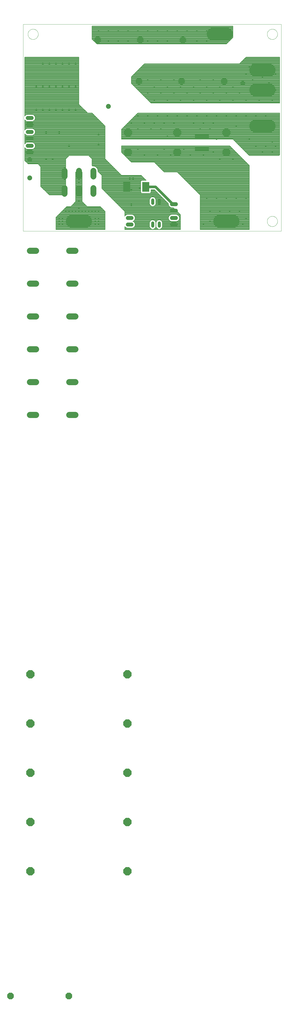
<source format=gbl>
G75*
%MOIN*%
%OFA0B0*%
%FSLAX25Y25*%
%IPPOS*%
%LPD*%
%AMOC8*
5,1,8,0,0,1.08239X$1,22.5*
%
%ADD10C,0.00000*%
%ADD11C,0.05906*%
%ADD12C,0.08850*%
%ADD13C,0.09450*%
%ADD14OC8,0.12400*%
%ADD15C,0.12400*%
%ADD16C,0.02000*%
%ADD17R,0.21654X0.07283*%
%ADD18C,0.20000*%
%ADD19C,0.07400*%
%ADD20OC8,0.10000*%
%ADD21R,0.11024X0.14961*%
%ADD22C,0.04800*%
%ADD23C,0.03169*%
%ADD24C,0.00787*%
%ADD25C,0.03937*%
%ADD26C,0.02400*%
D10*
X0028800Y1187300D02*
X0028800Y1502261D01*
X0422501Y1502261D01*
X0422501Y1187300D01*
X0028800Y1187300D01*
X0035926Y1487300D02*
X0035928Y1487493D01*
X0035935Y1487686D01*
X0035947Y1487879D01*
X0035964Y1488072D01*
X0035985Y1488264D01*
X0036011Y1488455D01*
X0036042Y1488646D01*
X0036077Y1488836D01*
X0036117Y1489025D01*
X0036162Y1489213D01*
X0036211Y1489400D01*
X0036265Y1489586D01*
X0036323Y1489770D01*
X0036386Y1489953D01*
X0036454Y1490134D01*
X0036525Y1490313D01*
X0036602Y1490491D01*
X0036682Y1490667D01*
X0036767Y1490840D01*
X0036856Y1491012D01*
X0036949Y1491181D01*
X0037046Y1491348D01*
X0037148Y1491513D01*
X0037253Y1491675D01*
X0037362Y1491834D01*
X0037476Y1491991D01*
X0037593Y1492144D01*
X0037713Y1492295D01*
X0037838Y1492443D01*
X0037966Y1492588D01*
X0038097Y1492729D01*
X0038232Y1492868D01*
X0038371Y1493003D01*
X0038512Y1493134D01*
X0038657Y1493262D01*
X0038805Y1493387D01*
X0038956Y1493507D01*
X0039109Y1493624D01*
X0039266Y1493738D01*
X0039425Y1493847D01*
X0039587Y1493952D01*
X0039752Y1494054D01*
X0039919Y1494151D01*
X0040088Y1494244D01*
X0040260Y1494333D01*
X0040433Y1494418D01*
X0040609Y1494498D01*
X0040787Y1494575D01*
X0040966Y1494646D01*
X0041147Y1494714D01*
X0041330Y1494777D01*
X0041514Y1494835D01*
X0041700Y1494889D01*
X0041887Y1494938D01*
X0042075Y1494983D01*
X0042264Y1495023D01*
X0042454Y1495058D01*
X0042645Y1495089D01*
X0042836Y1495115D01*
X0043028Y1495136D01*
X0043221Y1495153D01*
X0043414Y1495165D01*
X0043607Y1495172D01*
X0043800Y1495174D01*
X0043993Y1495172D01*
X0044186Y1495165D01*
X0044379Y1495153D01*
X0044572Y1495136D01*
X0044764Y1495115D01*
X0044955Y1495089D01*
X0045146Y1495058D01*
X0045336Y1495023D01*
X0045525Y1494983D01*
X0045713Y1494938D01*
X0045900Y1494889D01*
X0046086Y1494835D01*
X0046270Y1494777D01*
X0046453Y1494714D01*
X0046634Y1494646D01*
X0046813Y1494575D01*
X0046991Y1494498D01*
X0047167Y1494418D01*
X0047340Y1494333D01*
X0047512Y1494244D01*
X0047681Y1494151D01*
X0047848Y1494054D01*
X0048013Y1493952D01*
X0048175Y1493847D01*
X0048334Y1493738D01*
X0048491Y1493624D01*
X0048644Y1493507D01*
X0048795Y1493387D01*
X0048943Y1493262D01*
X0049088Y1493134D01*
X0049229Y1493003D01*
X0049368Y1492868D01*
X0049503Y1492729D01*
X0049634Y1492588D01*
X0049762Y1492443D01*
X0049887Y1492295D01*
X0050007Y1492144D01*
X0050124Y1491991D01*
X0050238Y1491834D01*
X0050347Y1491675D01*
X0050452Y1491513D01*
X0050554Y1491348D01*
X0050651Y1491181D01*
X0050744Y1491012D01*
X0050833Y1490840D01*
X0050918Y1490667D01*
X0050998Y1490491D01*
X0051075Y1490313D01*
X0051146Y1490134D01*
X0051214Y1489953D01*
X0051277Y1489770D01*
X0051335Y1489586D01*
X0051389Y1489400D01*
X0051438Y1489213D01*
X0051483Y1489025D01*
X0051523Y1488836D01*
X0051558Y1488646D01*
X0051589Y1488455D01*
X0051615Y1488264D01*
X0051636Y1488072D01*
X0051653Y1487879D01*
X0051665Y1487686D01*
X0051672Y1487493D01*
X0051674Y1487300D01*
X0051672Y1487107D01*
X0051665Y1486914D01*
X0051653Y1486721D01*
X0051636Y1486528D01*
X0051615Y1486336D01*
X0051589Y1486145D01*
X0051558Y1485954D01*
X0051523Y1485764D01*
X0051483Y1485575D01*
X0051438Y1485387D01*
X0051389Y1485200D01*
X0051335Y1485014D01*
X0051277Y1484830D01*
X0051214Y1484647D01*
X0051146Y1484466D01*
X0051075Y1484287D01*
X0050998Y1484109D01*
X0050918Y1483933D01*
X0050833Y1483760D01*
X0050744Y1483588D01*
X0050651Y1483419D01*
X0050554Y1483252D01*
X0050452Y1483087D01*
X0050347Y1482925D01*
X0050238Y1482766D01*
X0050124Y1482609D01*
X0050007Y1482456D01*
X0049887Y1482305D01*
X0049762Y1482157D01*
X0049634Y1482012D01*
X0049503Y1481871D01*
X0049368Y1481732D01*
X0049229Y1481597D01*
X0049088Y1481466D01*
X0048943Y1481338D01*
X0048795Y1481213D01*
X0048644Y1481093D01*
X0048491Y1480976D01*
X0048334Y1480862D01*
X0048175Y1480753D01*
X0048013Y1480648D01*
X0047848Y1480546D01*
X0047681Y1480449D01*
X0047512Y1480356D01*
X0047340Y1480267D01*
X0047167Y1480182D01*
X0046991Y1480102D01*
X0046813Y1480025D01*
X0046634Y1479954D01*
X0046453Y1479886D01*
X0046270Y1479823D01*
X0046086Y1479765D01*
X0045900Y1479711D01*
X0045713Y1479662D01*
X0045525Y1479617D01*
X0045336Y1479577D01*
X0045146Y1479542D01*
X0044955Y1479511D01*
X0044764Y1479485D01*
X0044572Y1479464D01*
X0044379Y1479447D01*
X0044186Y1479435D01*
X0043993Y1479428D01*
X0043800Y1479426D01*
X0043607Y1479428D01*
X0043414Y1479435D01*
X0043221Y1479447D01*
X0043028Y1479464D01*
X0042836Y1479485D01*
X0042645Y1479511D01*
X0042454Y1479542D01*
X0042264Y1479577D01*
X0042075Y1479617D01*
X0041887Y1479662D01*
X0041700Y1479711D01*
X0041514Y1479765D01*
X0041330Y1479823D01*
X0041147Y1479886D01*
X0040966Y1479954D01*
X0040787Y1480025D01*
X0040609Y1480102D01*
X0040433Y1480182D01*
X0040260Y1480267D01*
X0040088Y1480356D01*
X0039919Y1480449D01*
X0039752Y1480546D01*
X0039587Y1480648D01*
X0039425Y1480753D01*
X0039266Y1480862D01*
X0039109Y1480976D01*
X0038956Y1481093D01*
X0038805Y1481213D01*
X0038657Y1481338D01*
X0038512Y1481466D01*
X0038371Y1481597D01*
X0038232Y1481732D01*
X0038097Y1481871D01*
X0037966Y1482012D01*
X0037838Y1482157D01*
X0037713Y1482305D01*
X0037593Y1482456D01*
X0037476Y1482609D01*
X0037362Y1482766D01*
X0037253Y1482925D01*
X0037148Y1483087D01*
X0037046Y1483252D01*
X0036949Y1483419D01*
X0036856Y1483588D01*
X0036767Y1483760D01*
X0036682Y1483933D01*
X0036602Y1484109D01*
X0036525Y1484287D01*
X0036454Y1484466D01*
X0036386Y1484647D01*
X0036323Y1484830D01*
X0036265Y1485014D01*
X0036211Y1485200D01*
X0036162Y1485387D01*
X0036117Y1485575D01*
X0036077Y1485764D01*
X0036042Y1485954D01*
X0036011Y1486145D01*
X0035985Y1486336D01*
X0035964Y1486528D01*
X0035947Y1486721D01*
X0035935Y1486914D01*
X0035928Y1487107D01*
X0035926Y1487300D01*
X0400926Y1487300D02*
X0400928Y1487493D01*
X0400935Y1487686D01*
X0400947Y1487879D01*
X0400964Y1488072D01*
X0400985Y1488264D01*
X0401011Y1488455D01*
X0401042Y1488646D01*
X0401077Y1488836D01*
X0401117Y1489025D01*
X0401162Y1489213D01*
X0401211Y1489400D01*
X0401265Y1489586D01*
X0401323Y1489770D01*
X0401386Y1489953D01*
X0401454Y1490134D01*
X0401525Y1490313D01*
X0401602Y1490491D01*
X0401682Y1490667D01*
X0401767Y1490840D01*
X0401856Y1491012D01*
X0401949Y1491181D01*
X0402046Y1491348D01*
X0402148Y1491513D01*
X0402253Y1491675D01*
X0402362Y1491834D01*
X0402476Y1491991D01*
X0402593Y1492144D01*
X0402713Y1492295D01*
X0402838Y1492443D01*
X0402966Y1492588D01*
X0403097Y1492729D01*
X0403232Y1492868D01*
X0403371Y1493003D01*
X0403512Y1493134D01*
X0403657Y1493262D01*
X0403805Y1493387D01*
X0403956Y1493507D01*
X0404109Y1493624D01*
X0404266Y1493738D01*
X0404425Y1493847D01*
X0404587Y1493952D01*
X0404752Y1494054D01*
X0404919Y1494151D01*
X0405088Y1494244D01*
X0405260Y1494333D01*
X0405433Y1494418D01*
X0405609Y1494498D01*
X0405787Y1494575D01*
X0405966Y1494646D01*
X0406147Y1494714D01*
X0406330Y1494777D01*
X0406514Y1494835D01*
X0406700Y1494889D01*
X0406887Y1494938D01*
X0407075Y1494983D01*
X0407264Y1495023D01*
X0407454Y1495058D01*
X0407645Y1495089D01*
X0407836Y1495115D01*
X0408028Y1495136D01*
X0408221Y1495153D01*
X0408414Y1495165D01*
X0408607Y1495172D01*
X0408800Y1495174D01*
X0408993Y1495172D01*
X0409186Y1495165D01*
X0409379Y1495153D01*
X0409572Y1495136D01*
X0409764Y1495115D01*
X0409955Y1495089D01*
X0410146Y1495058D01*
X0410336Y1495023D01*
X0410525Y1494983D01*
X0410713Y1494938D01*
X0410900Y1494889D01*
X0411086Y1494835D01*
X0411270Y1494777D01*
X0411453Y1494714D01*
X0411634Y1494646D01*
X0411813Y1494575D01*
X0411991Y1494498D01*
X0412167Y1494418D01*
X0412340Y1494333D01*
X0412512Y1494244D01*
X0412681Y1494151D01*
X0412848Y1494054D01*
X0413013Y1493952D01*
X0413175Y1493847D01*
X0413334Y1493738D01*
X0413491Y1493624D01*
X0413644Y1493507D01*
X0413795Y1493387D01*
X0413943Y1493262D01*
X0414088Y1493134D01*
X0414229Y1493003D01*
X0414368Y1492868D01*
X0414503Y1492729D01*
X0414634Y1492588D01*
X0414762Y1492443D01*
X0414887Y1492295D01*
X0415007Y1492144D01*
X0415124Y1491991D01*
X0415238Y1491834D01*
X0415347Y1491675D01*
X0415452Y1491513D01*
X0415554Y1491348D01*
X0415651Y1491181D01*
X0415744Y1491012D01*
X0415833Y1490840D01*
X0415918Y1490667D01*
X0415998Y1490491D01*
X0416075Y1490313D01*
X0416146Y1490134D01*
X0416214Y1489953D01*
X0416277Y1489770D01*
X0416335Y1489586D01*
X0416389Y1489400D01*
X0416438Y1489213D01*
X0416483Y1489025D01*
X0416523Y1488836D01*
X0416558Y1488646D01*
X0416589Y1488455D01*
X0416615Y1488264D01*
X0416636Y1488072D01*
X0416653Y1487879D01*
X0416665Y1487686D01*
X0416672Y1487493D01*
X0416674Y1487300D01*
X0416672Y1487107D01*
X0416665Y1486914D01*
X0416653Y1486721D01*
X0416636Y1486528D01*
X0416615Y1486336D01*
X0416589Y1486145D01*
X0416558Y1485954D01*
X0416523Y1485764D01*
X0416483Y1485575D01*
X0416438Y1485387D01*
X0416389Y1485200D01*
X0416335Y1485014D01*
X0416277Y1484830D01*
X0416214Y1484647D01*
X0416146Y1484466D01*
X0416075Y1484287D01*
X0415998Y1484109D01*
X0415918Y1483933D01*
X0415833Y1483760D01*
X0415744Y1483588D01*
X0415651Y1483419D01*
X0415554Y1483252D01*
X0415452Y1483087D01*
X0415347Y1482925D01*
X0415238Y1482766D01*
X0415124Y1482609D01*
X0415007Y1482456D01*
X0414887Y1482305D01*
X0414762Y1482157D01*
X0414634Y1482012D01*
X0414503Y1481871D01*
X0414368Y1481732D01*
X0414229Y1481597D01*
X0414088Y1481466D01*
X0413943Y1481338D01*
X0413795Y1481213D01*
X0413644Y1481093D01*
X0413491Y1480976D01*
X0413334Y1480862D01*
X0413175Y1480753D01*
X0413013Y1480648D01*
X0412848Y1480546D01*
X0412681Y1480449D01*
X0412512Y1480356D01*
X0412340Y1480267D01*
X0412167Y1480182D01*
X0411991Y1480102D01*
X0411813Y1480025D01*
X0411634Y1479954D01*
X0411453Y1479886D01*
X0411270Y1479823D01*
X0411086Y1479765D01*
X0410900Y1479711D01*
X0410713Y1479662D01*
X0410525Y1479617D01*
X0410336Y1479577D01*
X0410146Y1479542D01*
X0409955Y1479511D01*
X0409764Y1479485D01*
X0409572Y1479464D01*
X0409379Y1479447D01*
X0409186Y1479435D01*
X0408993Y1479428D01*
X0408800Y1479426D01*
X0408607Y1479428D01*
X0408414Y1479435D01*
X0408221Y1479447D01*
X0408028Y1479464D01*
X0407836Y1479485D01*
X0407645Y1479511D01*
X0407454Y1479542D01*
X0407264Y1479577D01*
X0407075Y1479617D01*
X0406887Y1479662D01*
X0406700Y1479711D01*
X0406514Y1479765D01*
X0406330Y1479823D01*
X0406147Y1479886D01*
X0405966Y1479954D01*
X0405787Y1480025D01*
X0405609Y1480102D01*
X0405433Y1480182D01*
X0405260Y1480267D01*
X0405088Y1480356D01*
X0404919Y1480449D01*
X0404752Y1480546D01*
X0404587Y1480648D01*
X0404425Y1480753D01*
X0404266Y1480862D01*
X0404109Y1480976D01*
X0403956Y1481093D01*
X0403805Y1481213D01*
X0403657Y1481338D01*
X0403512Y1481466D01*
X0403371Y1481597D01*
X0403232Y1481732D01*
X0403097Y1481871D01*
X0402966Y1482012D01*
X0402838Y1482157D01*
X0402713Y1482305D01*
X0402593Y1482456D01*
X0402476Y1482609D01*
X0402362Y1482766D01*
X0402253Y1482925D01*
X0402148Y1483087D01*
X0402046Y1483252D01*
X0401949Y1483419D01*
X0401856Y1483588D01*
X0401767Y1483760D01*
X0401682Y1483933D01*
X0401602Y1484109D01*
X0401525Y1484287D01*
X0401454Y1484466D01*
X0401386Y1484647D01*
X0401323Y1484830D01*
X0401265Y1485014D01*
X0401211Y1485200D01*
X0401162Y1485387D01*
X0401117Y1485575D01*
X0401077Y1485764D01*
X0401042Y1485954D01*
X0401011Y1486145D01*
X0400985Y1486336D01*
X0400964Y1486528D01*
X0400947Y1486721D01*
X0400935Y1486914D01*
X0400928Y1487107D01*
X0400926Y1487300D01*
X0400926Y1202300D02*
X0400928Y1202493D01*
X0400935Y1202686D01*
X0400947Y1202879D01*
X0400964Y1203072D01*
X0400985Y1203264D01*
X0401011Y1203455D01*
X0401042Y1203646D01*
X0401077Y1203836D01*
X0401117Y1204025D01*
X0401162Y1204213D01*
X0401211Y1204400D01*
X0401265Y1204586D01*
X0401323Y1204770D01*
X0401386Y1204953D01*
X0401454Y1205134D01*
X0401525Y1205313D01*
X0401602Y1205491D01*
X0401682Y1205667D01*
X0401767Y1205840D01*
X0401856Y1206012D01*
X0401949Y1206181D01*
X0402046Y1206348D01*
X0402148Y1206513D01*
X0402253Y1206675D01*
X0402362Y1206834D01*
X0402476Y1206991D01*
X0402593Y1207144D01*
X0402713Y1207295D01*
X0402838Y1207443D01*
X0402966Y1207588D01*
X0403097Y1207729D01*
X0403232Y1207868D01*
X0403371Y1208003D01*
X0403512Y1208134D01*
X0403657Y1208262D01*
X0403805Y1208387D01*
X0403956Y1208507D01*
X0404109Y1208624D01*
X0404266Y1208738D01*
X0404425Y1208847D01*
X0404587Y1208952D01*
X0404752Y1209054D01*
X0404919Y1209151D01*
X0405088Y1209244D01*
X0405260Y1209333D01*
X0405433Y1209418D01*
X0405609Y1209498D01*
X0405787Y1209575D01*
X0405966Y1209646D01*
X0406147Y1209714D01*
X0406330Y1209777D01*
X0406514Y1209835D01*
X0406700Y1209889D01*
X0406887Y1209938D01*
X0407075Y1209983D01*
X0407264Y1210023D01*
X0407454Y1210058D01*
X0407645Y1210089D01*
X0407836Y1210115D01*
X0408028Y1210136D01*
X0408221Y1210153D01*
X0408414Y1210165D01*
X0408607Y1210172D01*
X0408800Y1210174D01*
X0408993Y1210172D01*
X0409186Y1210165D01*
X0409379Y1210153D01*
X0409572Y1210136D01*
X0409764Y1210115D01*
X0409955Y1210089D01*
X0410146Y1210058D01*
X0410336Y1210023D01*
X0410525Y1209983D01*
X0410713Y1209938D01*
X0410900Y1209889D01*
X0411086Y1209835D01*
X0411270Y1209777D01*
X0411453Y1209714D01*
X0411634Y1209646D01*
X0411813Y1209575D01*
X0411991Y1209498D01*
X0412167Y1209418D01*
X0412340Y1209333D01*
X0412512Y1209244D01*
X0412681Y1209151D01*
X0412848Y1209054D01*
X0413013Y1208952D01*
X0413175Y1208847D01*
X0413334Y1208738D01*
X0413491Y1208624D01*
X0413644Y1208507D01*
X0413795Y1208387D01*
X0413943Y1208262D01*
X0414088Y1208134D01*
X0414229Y1208003D01*
X0414368Y1207868D01*
X0414503Y1207729D01*
X0414634Y1207588D01*
X0414762Y1207443D01*
X0414887Y1207295D01*
X0415007Y1207144D01*
X0415124Y1206991D01*
X0415238Y1206834D01*
X0415347Y1206675D01*
X0415452Y1206513D01*
X0415554Y1206348D01*
X0415651Y1206181D01*
X0415744Y1206012D01*
X0415833Y1205840D01*
X0415918Y1205667D01*
X0415998Y1205491D01*
X0416075Y1205313D01*
X0416146Y1205134D01*
X0416214Y1204953D01*
X0416277Y1204770D01*
X0416335Y1204586D01*
X0416389Y1204400D01*
X0416438Y1204213D01*
X0416483Y1204025D01*
X0416523Y1203836D01*
X0416558Y1203646D01*
X0416589Y1203455D01*
X0416615Y1203264D01*
X0416636Y1203072D01*
X0416653Y1202879D01*
X0416665Y1202686D01*
X0416672Y1202493D01*
X0416674Y1202300D01*
X0416672Y1202107D01*
X0416665Y1201914D01*
X0416653Y1201721D01*
X0416636Y1201528D01*
X0416615Y1201336D01*
X0416589Y1201145D01*
X0416558Y1200954D01*
X0416523Y1200764D01*
X0416483Y1200575D01*
X0416438Y1200387D01*
X0416389Y1200200D01*
X0416335Y1200014D01*
X0416277Y1199830D01*
X0416214Y1199647D01*
X0416146Y1199466D01*
X0416075Y1199287D01*
X0415998Y1199109D01*
X0415918Y1198933D01*
X0415833Y1198760D01*
X0415744Y1198588D01*
X0415651Y1198419D01*
X0415554Y1198252D01*
X0415452Y1198087D01*
X0415347Y1197925D01*
X0415238Y1197766D01*
X0415124Y1197609D01*
X0415007Y1197456D01*
X0414887Y1197305D01*
X0414762Y1197157D01*
X0414634Y1197012D01*
X0414503Y1196871D01*
X0414368Y1196732D01*
X0414229Y1196597D01*
X0414088Y1196466D01*
X0413943Y1196338D01*
X0413795Y1196213D01*
X0413644Y1196093D01*
X0413491Y1195976D01*
X0413334Y1195862D01*
X0413175Y1195753D01*
X0413013Y1195648D01*
X0412848Y1195546D01*
X0412681Y1195449D01*
X0412512Y1195356D01*
X0412340Y1195267D01*
X0412167Y1195182D01*
X0411991Y1195102D01*
X0411813Y1195025D01*
X0411634Y1194954D01*
X0411453Y1194886D01*
X0411270Y1194823D01*
X0411086Y1194765D01*
X0410900Y1194711D01*
X0410713Y1194662D01*
X0410525Y1194617D01*
X0410336Y1194577D01*
X0410146Y1194542D01*
X0409955Y1194511D01*
X0409764Y1194485D01*
X0409572Y1194464D01*
X0409379Y1194447D01*
X0409186Y1194435D01*
X0408993Y1194428D01*
X0408800Y1194426D01*
X0408607Y1194428D01*
X0408414Y1194435D01*
X0408221Y1194447D01*
X0408028Y1194464D01*
X0407836Y1194485D01*
X0407645Y1194511D01*
X0407454Y1194542D01*
X0407264Y1194577D01*
X0407075Y1194617D01*
X0406887Y1194662D01*
X0406700Y1194711D01*
X0406514Y1194765D01*
X0406330Y1194823D01*
X0406147Y1194886D01*
X0405966Y1194954D01*
X0405787Y1195025D01*
X0405609Y1195102D01*
X0405433Y1195182D01*
X0405260Y1195267D01*
X0405088Y1195356D01*
X0404919Y1195449D01*
X0404752Y1195546D01*
X0404587Y1195648D01*
X0404425Y1195753D01*
X0404266Y1195862D01*
X0404109Y1195976D01*
X0403956Y1196093D01*
X0403805Y1196213D01*
X0403657Y1196338D01*
X0403512Y1196466D01*
X0403371Y1196597D01*
X0403232Y1196732D01*
X0403097Y1196871D01*
X0402966Y1197012D01*
X0402838Y1197157D01*
X0402713Y1197305D01*
X0402593Y1197456D01*
X0402476Y1197609D01*
X0402362Y1197766D01*
X0402253Y1197925D01*
X0402148Y1198087D01*
X0402046Y1198252D01*
X0401949Y1198419D01*
X0401856Y1198588D01*
X0401767Y1198760D01*
X0401682Y1198933D01*
X0401602Y1199109D01*
X0401525Y1199287D01*
X0401454Y1199466D01*
X0401386Y1199647D01*
X0401323Y1199830D01*
X0401265Y1200014D01*
X0401211Y1200200D01*
X0401162Y1200387D01*
X0401117Y1200575D01*
X0401077Y1200764D01*
X0401042Y1200954D01*
X0401011Y1201145D01*
X0400985Y1201336D01*
X0400964Y1201528D01*
X0400947Y1201721D01*
X0400935Y1201914D01*
X0400928Y1202107D01*
X0400926Y1202300D01*
D11*
X0261753Y1197300D02*
X0255847Y1197300D01*
X0255847Y1207300D02*
X0261753Y1207300D01*
X0261753Y1218550D02*
X0255847Y1218550D01*
X0255847Y1228550D02*
X0261753Y1228550D01*
X0194253Y1207300D02*
X0188347Y1207300D01*
X0188347Y1197300D02*
X0194253Y1197300D01*
X0041753Y1307300D02*
X0035847Y1307300D01*
X0035847Y1317300D02*
X0041753Y1317300D01*
X0041753Y1328550D02*
X0035847Y1328550D01*
X0035847Y1338550D02*
X0041753Y1338550D01*
X0041753Y1349800D02*
X0035847Y1349800D01*
X0035847Y1359800D02*
X0041753Y1359800D01*
D12*
X0091800Y1279475D02*
X0091800Y1270625D01*
X0091800Y1253225D02*
X0091800Y1244375D01*
X0113800Y1244375D02*
X0113800Y1253225D01*
X0113800Y1270625D02*
X0113800Y1279475D01*
X0135800Y1279475D02*
X0135800Y1270625D01*
X0135800Y1253225D02*
X0135800Y1244375D01*
D13*
X0108525Y1157300D02*
X0099075Y1157300D01*
X0099075Y1107300D02*
X0108525Y1107300D01*
X0108525Y1057300D02*
X0099075Y1057300D01*
X0099075Y1007300D02*
X0108525Y1007300D01*
X0108525Y0957300D02*
X0099075Y0957300D01*
X0099075Y0907300D02*
X0108525Y0907300D01*
X0048525Y0907300D02*
X0039075Y0907300D01*
X0039075Y0957300D02*
X0048525Y0957300D01*
X0048525Y1007300D02*
X0039075Y1007300D01*
X0039075Y1057300D02*
X0048525Y1057300D01*
X0048525Y1107300D02*
X0039075Y1107300D01*
X0039075Y1157300D02*
X0048525Y1157300D01*
D14*
X0188800Y1337300D03*
X0263800Y1337300D03*
X0338800Y1337300D03*
X0187800Y0512300D03*
X0187800Y0437300D03*
X0187800Y0362300D03*
X0187800Y0287300D03*
X0187800Y0212300D03*
X0039800Y0212300D03*
X0039800Y0287300D03*
X0039800Y0362300D03*
X0039800Y0437300D03*
X0039800Y0512300D03*
D15*
X0188800Y1307300D03*
X0263800Y1307300D03*
X0338800Y1307300D03*
D16*
X0334609Y1418333D02*
X0333609Y1419333D01*
X0336923Y1419333D01*
X0339265Y1416991D01*
X0339265Y1413677D01*
X0336923Y1411335D01*
X0333609Y1411335D01*
X0331267Y1413677D01*
X0331267Y1416991D01*
X0333609Y1419333D01*
X0334231Y1417833D01*
X0336301Y1417833D01*
X0337765Y1416369D01*
X0337765Y1414299D01*
X0336301Y1412835D01*
X0334231Y1412835D01*
X0332767Y1414299D01*
X0332767Y1416369D01*
X0334231Y1417833D01*
X0334852Y1416333D01*
X0335680Y1416333D01*
X0336265Y1415748D01*
X0336265Y1414920D01*
X0335680Y1414335D01*
X0334852Y1414335D01*
X0334267Y1414920D01*
X0334267Y1415748D01*
X0334852Y1416333D01*
X0271677Y1481265D02*
X0270677Y1482265D01*
X0273991Y1482265D01*
X0276333Y1479923D01*
X0276333Y1476609D01*
X0273991Y1474267D01*
X0270677Y1474267D01*
X0268335Y1476609D01*
X0268335Y1479923D01*
X0270677Y1482265D01*
X0271299Y1480765D01*
X0273369Y1480765D01*
X0274833Y1479301D01*
X0274833Y1477231D01*
X0273369Y1475767D01*
X0271299Y1475767D01*
X0269835Y1477231D01*
X0269835Y1479301D01*
X0271299Y1480765D01*
X0271920Y1479265D01*
X0272748Y1479265D01*
X0273333Y1478680D01*
X0273333Y1477852D01*
X0272748Y1477267D01*
X0271920Y1477267D01*
X0271335Y1477852D01*
X0271335Y1478680D01*
X0271920Y1479265D01*
X0269609Y1418833D02*
X0268609Y1419833D01*
X0271923Y1419833D01*
X0274265Y1417491D01*
X0274265Y1414177D01*
X0271923Y1411835D01*
X0268609Y1411835D01*
X0266267Y1414177D01*
X0266267Y1417491D01*
X0268609Y1419833D01*
X0269231Y1418333D01*
X0271301Y1418333D01*
X0272765Y1416869D01*
X0272765Y1414799D01*
X0271301Y1413335D01*
X0269231Y1413335D01*
X0267767Y1414799D01*
X0267767Y1416869D01*
X0269231Y1418333D01*
X0269852Y1416833D01*
X0270680Y1416833D01*
X0271265Y1416248D01*
X0271265Y1415420D01*
X0270680Y1414835D01*
X0269852Y1414835D01*
X0269267Y1415420D01*
X0269267Y1416248D01*
X0269852Y1416833D01*
X0204609Y1418833D02*
X0203609Y1419833D01*
X0206923Y1419833D01*
X0209265Y1417491D01*
X0209265Y1414177D01*
X0206923Y1411835D01*
X0203609Y1411835D01*
X0201267Y1414177D01*
X0201267Y1417491D01*
X0203609Y1419833D01*
X0204231Y1418333D01*
X0206301Y1418333D01*
X0207765Y1416869D01*
X0207765Y1414799D01*
X0206301Y1413335D01*
X0204231Y1413335D01*
X0202767Y1414799D01*
X0202767Y1416869D01*
X0204231Y1418333D01*
X0204852Y1416833D01*
X0205680Y1416833D01*
X0206265Y1416248D01*
X0206265Y1415420D01*
X0205680Y1414835D01*
X0204852Y1414835D01*
X0204267Y1415420D01*
X0204267Y1416248D01*
X0204852Y1416833D01*
X0206677Y1481765D02*
X0205677Y1482765D01*
X0208991Y1482765D01*
X0211333Y1480423D01*
X0211333Y1477109D01*
X0208991Y1474767D01*
X0205677Y1474767D01*
X0203335Y1477109D01*
X0203335Y1480423D01*
X0205677Y1482765D01*
X0206299Y1481265D01*
X0208369Y1481265D01*
X0209833Y1479801D01*
X0209833Y1477731D01*
X0208369Y1476267D01*
X0206299Y1476267D01*
X0204835Y1477731D01*
X0204835Y1479801D01*
X0206299Y1481265D01*
X0206920Y1479765D01*
X0207748Y1479765D01*
X0208333Y1479180D01*
X0208333Y1478352D01*
X0207748Y1477767D01*
X0206920Y1477767D01*
X0206335Y1478352D01*
X0206335Y1479180D01*
X0206920Y1479765D01*
X0141677Y1481765D02*
X0140677Y1482765D01*
X0143991Y1482765D01*
X0146333Y1480423D01*
X0146333Y1477109D01*
X0143991Y1474767D01*
X0140677Y1474767D01*
X0138335Y1477109D01*
X0138335Y1480423D01*
X0140677Y1482765D01*
X0141299Y1481265D01*
X0143369Y1481265D01*
X0144833Y1479801D01*
X0144833Y1477731D01*
X0143369Y1476267D01*
X0141299Y1476267D01*
X0139835Y1477731D01*
X0139835Y1479801D01*
X0141299Y1481265D01*
X0141920Y1479765D01*
X0142748Y1479765D01*
X0143333Y1479180D01*
X0143333Y1478352D01*
X0142748Y1477767D01*
X0141920Y1477767D01*
X0141335Y1478352D01*
X0141335Y1479180D01*
X0141920Y1479765D01*
D17*
X0301300Y1332339D03*
X0301300Y1312261D03*
D18*
X0328800Y1202300D02*
X0348800Y1202300D01*
X0383800Y1347300D02*
X0403800Y1347300D01*
X0403800Y1402300D02*
X0383800Y1402300D01*
X0383800Y1432300D02*
X0403800Y1432300D01*
X0338800Y1487300D02*
X0318800Y1487300D01*
X0123800Y1202300D02*
X0103800Y1202300D01*
D19*
X0158800Y1377300D03*
X0038800Y1296050D03*
X0038800Y1268550D03*
X0363800Y1412300D03*
D20*
X0009300Y0022300D03*
X0098300Y0022300D03*
D21*
X0186733Y1254800D03*
X0215867Y1254800D03*
D22*
X0226300Y1234600D02*
X0226300Y1229800D01*
X0236300Y1229800D02*
X0236300Y1234600D01*
X0236300Y1199800D02*
X0236300Y1195000D01*
X0226300Y1195000D02*
X0226300Y1199800D01*
D23*
X0206300Y1252300D03*
X0196300Y1267300D03*
X0193800Y1249800D03*
X0191300Y1267300D03*
X0193800Y1227300D03*
X0143800Y1319800D03*
X0143800Y1334800D03*
X0108800Y1372300D03*
X0098800Y1372300D03*
X0098800Y1407300D03*
X0108800Y1407300D03*
X0108800Y1442300D03*
X0098800Y1442300D03*
X0088800Y1442300D03*
X0078800Y1442300D03*
X0068800Y1442300D03*
X0068800Y1407300D03*
X0078800Y1407300D03*
X0088800Y1407300D03*
X0088800Y1372300D03*
X0078800Y1372300D03*
X0068800Y1372300D03*
X0058800Y1372300D03*
X0048800Y1372300D03*
X0048800Y1407300D03*
X0058800Y1407300D03*
X0058800Y1442300D03*
X0063800Y1337300D03*
X0063800Y1297300D03*
X0073800Y1297300D03*
X0083800Y1337300D03*
X0098800Y1317300D03*
D24*
X0098800Y1302300D02*
X0093800Y1297300D01*
X0093800Y1242300D01*
X0068800Y1242300D01*
X0055534Y1255566D01*
X0055534Y1285566D01*
X0051300Y1289800D01*
X0036300Y1289800D01*
X0031194Y1294906D01*
X0031194Y1314646D01*
X0031341Y1314289D01*
X0032837Y1312794D01*
X0034790Y1311985D01*
X0042810Y1311985D01*
X0044763Y1312794D01*
X0046259Y1314289D01*
X0047068Y1316243D01*
X0047068Y1318357D01*
X0046259Y1320311D01*
X0044763Y1321806D01*
X0042810Y1322615D01*
X0034790Y1322615D01*
X0032837Y1321806D01*
X0031341Y1320311D01*
X0031194Y1319954D01*
X0031194Y1335896D01*
X0031341Y1335539D01*
X0032837Y1334044D01*
X0034790Y1333235D01*
X0042810Y1333235D01*
X0044763Y1334044D01*
X0046259Y1335539D01*
X0047068Y1337493D01*
X0047068Y1339607D01*
X0046259Y1341561D01*
X0044763Y1343056D01*
X0042810Y1343865D01*
X0034790Y1343865D01*
X0032837Y1343056D01*
X0031341Y1341561D01*
X0031194Y1341204D01*
X0031194Y1357146D01*
X0031341Y1356789D01*
X0032837Y1355294D01*
X0034790Y1354485D01*
X0042810Y1354485D01*
X0044763Y1355294D01*
X0046259Y1356789D01*
X0047068Y1358743D01*
X0047068Y1360857D01*
X0046259Y1362811D01*
X0044763Y1364306D01*
X0042810Y1365115D01*
X0034790Y1365115D01*
X0032837Y1364306D01*
X0031341Y1362811D01*
X0031194Y1362454D01*
X0031194Y1452300D01*
X0113800Y1452300D01*
X0113800Y1380454D01*
X0126954Y1367300D01*
X0133800Y1367300D01*
X0153800Y1347300D01*
X0153800Y1297300D01*
X0178800Y1272300D01*
X0208800Y1272300D01*
X0216457Y1264643D01*
X0209377Y1264643D01*
X0207993Y1263259D01*
X0207993Y1246341D01*
X0209377Y1244957D01*
X0222357Y1244957D01*
X0223741Y1246341D01*
X0223741Y1250469D01*
X0229073Y1250469D01*
X0250532Y1229010D01*
X0250532Y1227493D01*
X0251341Y1225539D01*
X0252837Y1224044D01*
X0254790Y1223235D01*
X0257865Y1223235D01*
X0268800Y1212300D01*
X0268800Y1189694D01*
X0183800Y1189694D01*
X0183800Y1194389D01*
X0183841Y1194289D01*
X0185337Y1192794D01*
X0187290Y1191985D01*
X0195310Y1191985D01*
X0197263Y1192794D01*
X0198759Y1194289D01*
X0199568Y1196243D01*
X0199568Y1198357D01*
X0198759Y1200311D01*
X0197263Y1201806D01*
X0196070Y1202300D01*
X0197263Y1202794D01*
X0198759Y1204289D01*
X0199568Y1206243D01*
X0199568Y1208357D01*
X0198759Y1210311D01*
X0197263Y1211806D01*
X0195310Y1212615D01*
X0187290Y1212615D01*
X0185337Y1211806D01*
X0183841Y1210311D01*
X0183800Y1210211D01*
X0183800Y1217300D01*
X0148800Y1252300D01*
X0148800Y1272300D01*
X0142587Y1278513D01*
X0142587Y1280825D01*
X0141554Y1283320D01*
X0139645Y1285229D01*
X0137150Y1286262D01*
X0134838Y1286262D01*
X0133800Y1287300D01*
X0133800Y1297300D01*
X0128800Y1302300D01*
X0098800Y1302300D01*
X0098543Y1302043D02*
X0031194Y1302043D01*
X0031194Y1301257D02*
X0097757Y1301257D01*
X0096971Y1300471D02*
X0031194Y1300471D01*
X0031194Y1299686D02*
X0096186Y1299686D01*
X0095400Y1298900D02*
X0031194Y1298900D01*
X0031194Y1298114D02*
X0094614Y1298114D01*
X0093828Y1297328D02*
X0031194Y1297328D01*
X0031194Y1296542D02*
X0093800Y1296542D01*
X0093800Y1295756D02*
X0031194Y1295756D01*
X0031194Y1294970D02*
X0093800Y1294970D01*
X0093800Y1294184D02*
X0031916Y1294184D01*
X0032702Y1293398D02*
X0093800Y1293398D01*
X0093800Y1292612D02*
X0033488Y1292612D01*
X0034274Y1291826D02*
X0093800Y1291826D01*
X0093800Y1291041D02*
X0035059Y1291041D01*
X0035845Y1290255D02*
X0093800Y1290255D01*
X0093800Y1289469D02*
X0051631Y1289469D01*
X0052417Y1288683D02*
X0093800Y1288683D01*
X0093800Y1287897D02*
X0053203Y1287897D01*
X0053989Y1287111D02*
X0093800Y1287111D01*
X0093800Y1286325D02*
X0054775Y1286325D01*
X0055534Y1285539D02*
X0093800Y1285539D01*
X0093800Y1284753D02*
X0055534Y1284753D01*
X0055534Y1283967D02*
X0093800Y1283967D01*
X0093800Y1283181D02*
X0055534Y1283181D01*
X0055534Y1282395D02*
X0093800Y1282395D01*
X0093800Y1281610D02*
X0055534Y1281610D01*
X0055534Y1280824D02*
X0093800Y1280824D01*
X0093800Y1280038D02*
X0055534Y1280038D01*
X0055534Y1279252D02*
X0093800Y1279252D01*
X0093800Y1278466D02*
X0055534Y1278466D01*
X0055534Y1277680D02*
X0093800Y1277680D01*
X0093800Y1276894D02*
X0055534Y1276894D01*
X0055534Y1276108D02*
X0093800Y1276108D01*
X0093800Y1275322D02*
X0055534Y1275322D01*
X0055534Y1274536D02*
X0093800Y1274536D01*
X0093800Y1273750D02*
X0055534Y1273750D01*
X0055534Y1272965D02*
X0093800Y1272965D01*
X0093800Y1272179D02*
X0055534Y1272179D01*
X0055534Y1271393D02*
X0093800Y1271393D01*
X0093800Y1270607D02*
X0055534Y1270607D01*
X0055534Y1269821D02*
X0093800Y1269821D01*
X0093800Y1269035D02*
X0055534Y1269035D01*
X0055534Y1268249D02*
X0093800Y1268249D01*
X0093800Y1267463D02*
X0055534Y1267463D01*
X0055534Y1266677D02*
X0093800Y1266677D01*
X0093800Y1265891D02*
X0055534Y1265891D01*
X0055534Y1265105D02*
X0093800Y1265105D01*
X0093800Y1264319D02*
X0055534Y1264319D01*
X0055534Y1263534D02*
X0093800Y1263534D01*
X0093800Y1262748D02*
X0055534Y1262748D01*
X0055534Y1261962D02*
X0093800Y1261962D01*
X0093800Y1261176D02*
X0055534Y1261176D01*
X0055534Y1260390D02*
X0093800Y1260390D01*
X0093800Y1259604D02*
X0055534Y1259604D01*
X0055534Y1258818D02*
X0093800Y1258818D01*
X0093800Y1258032D02*
X0055534Y1258032D01*
X0055534Y1257246D02*
X0093800Y1257246D01*
X0093800Y1256460D02*
X0055534Y1256460D01*
X0055534Y1255674D02*
X0093800Y1255674D01*
X0093800Y1254889D02*
X0056211Y1254889D01*
X0056997Y1254103D02*
X0093800Y1254103D01*
X0093800Y1253317D02*
X0057783Y1253317D01*
X0058569Y1252531D02*
X0093800Y1252531D01*
X0093800Y1251745D02*
X0059355Y1251745D01*
X0060141Y1250959D02*
X0093800Y1250959D01*
X0093800Y1250173D02*
X0060927Y1250173D01*
X0061713Y1249387D02*
X0093800Y1249387D01*
X0093800Y1248601D02*
X0062499Y1248601D01*
X0063285Y1247815D02*
X0093800Y1247815D01*
X0093800Y1247029D02*
X0064071Y1247029D01*
X0064857Y1246243D02*
X0093800Y1246243D01*
X0093800Y1245458D02*
X0065642Y1245458D01*
X0066428Y1244672D02*
X0093800Y1244672D01*
X0093800Y1243886D02*
X0067214Y1243886D01*
X0068000Y1243100D02*
X0093800Y1243100D01*
X0093800Y1242314D02*
X0068786Y1242314D01*
X0095050Y1224800D02*
X0078800Y1208550D01*
X0078800Y1189694D01*
X0153800Y1189694D01*
X0153800Y1217300D01*
X0146300Y1224800D01*
X0126300Y1224800D01*
X0118800Y1232300D01*
X0118800Y1277300D01*
X0108800Y1277300D01*
X0108800Y1232300D01*
X0101300Y1224800D01*
X0095050Y1224800D01*
X0094488Y1224238D02*
X0146862Y1224238D01*
X0147648Y1223452D02*
X0093702Y1223452D01*
X0092916Y1222666D02*
X0148434Y1222666D01*
X0149220Y1221880D02*
X0092130Y1221880D01*
X0091344Y1221094D02*
X0150006Y1221094D01*
X0150792Y1220308D02*
X0090558Y1220308D01*
X0089772Y1219522D02*
X0151578Y1219522D01*
X0152363Y1218737D02*
X0088987Y1218737D01*
X0088201Y1217951D02*
X0153149Y1217951D01*
X0153800Y1217165D02*
X0087415Y1217165D01*
X0086629Y1216379D02*
X0153800Y1216379D01*
X0153800Y1215593D02*
X0085843Y1215593D01*
X0085057Y1214807D02*
X0153800Y1214807D01*
X0153800Y1214021D02*
X0084271Y1214021D01*
X0083485Y1213235D02*
X0153800Y1213235D01*
X0153800Y1212449D02*
X0082699Y1212449D01*
X0081913Y1211663D02*
X0153800Y1211663D01*
X0153800Y1210877D02*
X0081127Y1210877D01*
X0080341Y1210091D02*
X0153800Y1210091D01*
X0153800Y1209306D02*
X0079556Y1209306D01*
X0078800Y1208520D02*
X0153800Y1208520D01*
X0153800Y1207734D02*
X0078800Y1207734D01*
X0078800Y1206948D02*
X0153800Y1206948D01*
X0153800Y1206162D02*
X0078800Y1206162D01*
X0078800Y1205376D02*
X0153800Y1205376D01*
X0153800Y1204590D02*
X0078800Y1204590D01*
X0078800Y1203804D02*
X0153800Y1203804D01*
X0153800Y1203018D02*
X0078800Y1203018D01*
X0078800Y1202232D02*
X0153800Y1202232D01*
X0153800Y1201446D02*
X0078800Y1201446D01*
X0078800Y1200661D02*
X0153800Y1200661D01*
X0153800Y1199875D02*
X0078800Y1199875D01*
X0078800Y1199089D02*
X0153800Y1199089D01*
X0153800Y1198303D02*
X0078800Y1198303D01*
X0078800Y1197517D02*
X0153800Y1197517D01*
X0153800Y1196731D02*
X0078800Y1196731D01*
X0078800Y1195945D02*
X0153800Y1195945D01*
X0153800Y1195159D02*
X0078800Y1195159D01*
X0078800Y1194373D02*
X0153800Y1194373D01*
X0153800Y1193587D02*
X0078800Y1193587D01*
X0078800Y1192801D02*
X0153800Y1192801D01*
X0153800Y1192015D02*
X0078800Y1192015D01*
X0078800Y1191230D02*
X0153800Y1191230D01*
X0153800Y1190444D02*
X0078800Y1190444D01*
X0101524Y1225024D02*
X0126076Y1225024D01*
X0125290Y1225810D02*
X0102310Y1225810D01*
X0103096Y1226596D02*
X0124504Y1226596D01*
X0123718Y1227382D02*
X0103882Y1227382D01*
X0104667Y1228167D02*
X0122933Y1228167D01*
X0122147Y1228953D02*
X0105453Y1228953D01*
X0106239Y1229739D02*
X0121361Y1229739D01*
X0120575Y1230525D02*
X0107025Y1230525D01*
X0107811Y1231311D02*
X0119789Y1231311D01*
X0119003Y1232097D02*
X0108597Y1232097D01*
X0108800Y1232883D02*
X0118800Y1232883D01*
X0118800Y1233669D02*
X0108800Y1233669D01*
X0108800Y1234455D02*
X0118800Y1234455D01*
X0118800Y1235241D02*
X0108800Y1235241D01*
X0108800Y1236027D02*
X0118800Y1236027D01*
X0118800Y1236813D02*
X0108800Y1236813D01*
X0108800Y1237598D02*
X0118800Y1237598D01*
X0118800Y1238384D02*
X0108800Y1238384D01*
X0108800Y1239170D02*
X0118800Y1239170D01*
X0118800Y1239956D02*
X0108800Y1239956D01*
X0108800Y1240742D02*
X0118800Y1240742D01*
X0118800Y1241528D02*
X0108800Y1241528D01*
X0108800Y1242314D02*
X0118800Y1242314D01*
X0118800Y1243100D02*
X0108800Y1243100D01*
X0108800Y1243886D02*
X0118800Y1243886D01*
X0118800Y1244672D02*
X0108800Y1244672D01*
X0108800Y1245458D02*
X0118800Y1245458D01*
X0118800Y1246243D02*
X0108800Y1246243D01*
X0108800Y1247029D02*
X0118800Y1247029D01*
X0118800Y1247815D02*
X0108800Y1247815D01*
X0108800Y1248601D02*
X0118800Y1248601D01*
X0118800Y1249387D02*
X0108800Y1249387D01*
X0108800Y1250173D02*
X0118800Y1250173D01*
X0118800Y1250959D02*
X0108800Y1250959D01*
X0108800Y1251745D02*
X0118800Y1251745D01*
X0118800Y1252531D02*
X0108800Y1252531D01*
X0108800Y1253317D02*
X0118800Y1253317D01*
X0118800Y1254103D02*
X0108800Y1254103D01*
X0108800Y1254889D02*
X0118800Y1254889D01*
X0118800Y1255674D02*
X0108800Y1255674D01*
X0108800Y1256460D02*
X0118800Y1256460D01*
X0118800Y1257246D02*
X0108800Y1257246D01*
X0108800Y1258032D02*
X0118800Y1258032D01*
X0118800Y1258818D02*
X0108800Y1258818D01*
X0108800Y1259604D02*
X0118800Y1259604D01*
X0118800Y1260390D02*
X0108800Y1260390D01*
X0108800Y1261176D02*
X0118800Y1261176D01*
X0118800Y1261962D02*
X0108800Y1261962D01*
X0108800Y1262748D02*
X0118800Y1262748D01*
X0118800Y1263534D02*
X0108800Y1263534D01*
X0108800Y1264319D02*
X0118800Y1264319D01*
X0118800Y1265105D02*
X0108800Y1265105D01*
X0108800Y1265891D02*
X0118800Y1265891D01*
X0118800Y1266677D02*
X0108800Y1266677D01*
X0108800Y1267463D02*
X0118800Y1267463D01*
X0118800Y1268249D02*
X0108800Y1268249D01*
X0108800Y1269035D02*
X0118800Y1269035D01*
X0118800Y1269821D02*
X0108800Y1269821D01*
X0108800Y1270607D02*
X0118800Y1270607D01*
X0118800Y1271393D02*
X0108800Y1271393D01*
X0108800Y1272179D02*
X0118800Y1272179D01*
X0118800Y1272965D02*
X0108800Y1272965D01*
X0108800Y1273750D02*
X0118800Y1273750D01*
X0118800Y1274536D02*
X0108800Y1274536D01*
X0108800Y1275322D02*
X0118800Y1275322D01*
X0118800Y1276108D02*
X0108800Y1276108D01*
X0108800Y1276894D02*
X0118800Y1276894D01*
X0131414Y1299686D02*
X0153800Y1299686D01*
X0153800Y1300471D02*
X0130629Y1300471D01*
X0129843Y1301257D02*
X0153800Y1301257D01*
X0153800Y1302043D02*
X0129057Y1302043D01*
X0132200Y1298900D02*
X0153800Y1298900D01*
X0153800Y1298114D02*
X0132986Y1298114D01*
X0133772Y1297328D02*
X0153800Y1297328D01*
X0154558Y1296542D02*
X0133800Y1296542D01*
X0133800Y1295756D02*
X0155344Y1295756D01*
X0156130Y1294970D02*
X0133800Y1294970D01*
X0133800Y1294184D02*
X0156916Y1294184D01*
X0157702Y1293398D02*
X0133800Y1293398D01*
X0133800Y1292612D02*
X0158488Y1292612D01*
X0159274Y1291826D02*
X0133800Y1291826D01*
X0133800Y1291041D02*
X0160059Y1291041D01*
X0160845Y1290255D02*
X0133800Y1290255D01*
X0133800Y1289469D02*
X0161631Y1289469D01*
X0162417Y1288683D02*
X0133800Y1288683D01*
X0133800Y1287897D02*
X0163203Y1287897D01*
X0163989Y1287111D02*
X0133989Y1287111D01*
X0134775Y1286325D02*
X0164775Y1286325D01*
X0165561Y1285539D02*
X0138896Y1285539D01*
X0140120Y1284753D02*
X0166347Y1284753D01*
X0167133Y1283967D02*
X0140906Y1283967D01*
X0141611Y1283181D02*
X0167919Y1283181D01*
X0168705Y1282395D02*
X0141937Y1282395D01*
X0142262Y1281610D02*
X0169490Y1281610D01*
X0170276Y1280824D02*
X0142587Y1280824D01*
X0142587Y1280038D02*
X0171062Y1280038D01*
X0171848Y1279252D02*
X0142587Y1279252D01*
X0142634Y1278466D02*
X0172634Y1278466D01*
X0173420Y1277680D02*
X0143420Y1277680D01*
X0144206Y1276894D02*
X0174206Y1276894D01*
X0174992Y1276108D02*
X0144992Y1276108D01*
X0145778Y1275322D02*
X0175778Y1275322D01*
X0176564Y1274536D02*
X0146564Y1274536D01*
X0147350Y1273750D02*
X0177350Y1273750D01*
X0178135Y1272965D02*
X0148135Y1272965D01*
X0148800Y1272179D02*
X0208921Y1272179D01*
X0209707Y1271393D02*
X0148800Y1271393D01*
X0148800Y1270607D02*
X0210493Y1270607D01*
X0211279Y1269821D02*
X0148800Y1269821D01*
X0148800Y1269035D02*
X0212065Y1269035D01*
X0212851Y1268249D02*
X0148800Y1268249D01*
X0148800Y1267463D02*
X0213637Y1267463D01*
X0214423Y1266677D02*
X0148800Y1266677D01*
X0148800Y1265891D02*
X0215209Y1265891D01*
X0215995Y1265105D02*
X0148800Y1265105D01*
X0148800Y1264319D02*
X0209054Y1264319D01*
X0208268Y1263534D02*
X0148800Y1263534D01*
X0148800Y1262748D02*
X0207993Y1262748D01*
X0207993Y1261962D02*
X0148800Y1261962D01*
X0148800Y1261176D02*
X0207993Y1261176D01*
X0207993Y1260390D02*
X0148800Y1260390D01*
X0148800Y1259604D02*
X0207993Y1259604D01*
X0207993Y1258818D02*
X0148800Y1258818D01*
X0148800Y1258032D02*
X0207993Y1258032D01*
X0207993Y1257246D02*
X0148800Y1257246D01*
X0148800Y1256460D02*
X0207993Y1256460D01*
X0207993Y1255674D02*
X0148800Y1255674D01*
X0148800Y1254889D02*
X0207993Y1254889D01*
X0207993Y1254103D02*
X0148800Y1254103D01*
X0148800Y1253317D02*
X0207993Y1253317D01*
X0207993Y1252531D02*
X0148800Y1252531D01*
X0149355Y1251745D02*
X0207993Y1251745D01*
X0207993Y1250959D02*
X0150141Y1250959D01*
X0150927Y1250173D02*
X0207993Y1250173D01*
X0207993Y1249387D02*
X0151713Y1249387D01*
X0152499Y1248601D02*
X0207993Y1248601D01*
X0207993Y1247815D02*
X0153285Y1247815D01*
X0154071Y1247029D02*
X0207993Y1247029D01*
X0208091Y1246243D02*
X0154857Y1246243D01*
X0155642Y1245458D02*
X0208877Y1245458D01*
X0222857Y1245458D02*
X0234085Y1245458D01*
X0233299Y1246243D02*
X0223643Y1246243D01*
X0223741Y1247029D02*
X0232513Y1247029D01*
X0231727Y1247815D02*
X0223741Y1247815D01*
X0223741Y1248601D02*
X0230941Y1248601D01*
X0230155Y1249387D02*
X0223741Y1249387D01*
X0223741Y1250173D02*
X0229369Y1250173D01*
X0227247Y1239362D02*
X0225353Y1239362D01*
X0223602Y1238637D01*
X0222263Y1237298D01*
X0221538Y1235547D01*
X0221538Y1228853D01*
X0222263Y1227102D01*
X0223602Y1225763D01*
X0225353Y1225038D01*
X0227247Y1225038D01*
X0228998Y1225763D01*
X0230337Y1227102D01*
X0231062Y1228853D01*
X0231062Y1235547D01*
X0230337Y1237298D01*
X0228998Y1238637D01*
X0227247Y1239362D01*
X0227711Y1239170D02*
X0240372Y1239170D01*
X0241158Y1238384D02*
X0229250Y1238384D01*
X0230036Y1237598D02*
X0241944Y1237598D01*
X0242730Y1236813D02*
X0230538Y1236813D01*
X0230864Y1236027D02*
X0243516Y1236027D01*
X0244302Y1235241D02*
X0231062Y1235241D01*
X0231062Y1234455D02*
X0245088Y1234455D01*
X0245874Y1233669D02*
X0231062Y1233669D01*
X0231062Y1232883D02*
X0246659Y1232883D01*
X0247445Y1232097D02*
X0231062Y1232097D01*
X0231062Y1231311D02*
X0248231Y1231311D01*
X0249017Y1230525D02*
X0231062Y1230525D01*
X0231062Y1229739D02*
X0249803Y1229739D01*
X0250532Y1228953D02*
X0231062Y1228953D01*
X0230778Y1228167D02*
X0250532Y1228167D01*
X0250578Y1227382D02*
X0230453Y1227382D01*
X0229830Y1226596D02*
X0250904Y1226596D01*
X0251229Y1225810D02*
X0229045Y1225810D01*
X0223555Y1225810D02*
X0175290Y1225810D01*
X0174504Y1226596D02*
X0222770Y1226596D01*
X0222147Y1227382D02*
X0173718Y1227382D01*
X0172933Y1228167D02*
X0221822Y1228167D01*
X0221538Y1228953D02*
X0172147Y1228953D01*
X0171361Y1229739D02*
X0221538Y1229739D01*
X0221538Y1230525D02*
X0170575Y1230525D01*
X0169789Y1231311D02*
X0221538Y1231311D01*
X0221538Y1232097D02*
X0169003Y1232097D01*
X0168217Y1232883D02*
X0221538Y1232883D01*
X0221538Y1233669D02*
X0167431Y1233669D01*
X0166645Y1234455D02*
X0221538Y1234455D01*
X0221538Y1235241D02*
X0165859Y1235241D01*
X0165073Y1236027D02*
X0221736Y1236027D01*
X0222062Y1236813D02*
X0164287Y1236813D01*
X0163502Y1237598D02*
X0222564Y1237598D01*
X0223350Y1238384D02*
X0162716Y1238384D01*
X0161930Y1239170D02*
X0224889Y1239170D01*
X0225353Y1204562D02*
X0223602Y1203837D01*
X0222263Y1202498D01*
X0221538Y1200747D01*
X0221538Y1194053D01*
X0222263Y1192302D01*
X0223602Y1190963D01*
X0225353Y1190238D01*
X0227247Y1190238D01*
X0228998Y1190963D01*
X0230337Y1192302D01*
X0231062Y1194053D01*
X0231062Y1200747D01*
X0230337Y1202498D01*
X0228998Y1203837D01*
X0227247Y1204562D01*
X0225353Y1204562D01*
X0223569Y1203804D02*
X0198273Y1203804D01*
X0198883Y1204590D02*
X0251217Y1204590D01*
X0251341Y1204289D02*
X0252837Y1202794D01*
X0254790Y1201985D01*
X0262810Y1201985D01*
X0264763Y1202794D01*
X0266259Y1204289D01*
X0267068Y1206243D01*
X0267068Y1208357D01*
X0266259Y1210311D01*
X0264763Y1211806D01*
X0262810Y1212615D01*
X0254790Y1212615D01*
X0252837Y1211806D01*
X0251341Y1210311D01*
X0250532Y1208357D01*
X0250532Y1206243D01*
X0251341Y1204289D01*
X0251827Y1203804D02*
X0239031Y1203804D01*
X0238998Y1203837D02*
X0237247Y1204562D01*
X0235353Y1204562D01*
X0233602Y1203837D01*
X0232263Y1202498D01*
X0231538Y1200747D01*
X0231538Y1194053D01*
X0232263Y1192302D01*
X0233602Y1190963D01*
X0235353Y1190238D01*
X0237247Y1190238D01*
X0238998Y1190963D01*
X0240337Y1192302D01*
X0241062Y1194053D01*
X0241062Y1200747D01*
X0240337Y1202498D01*
X0238998Y1203837D01*
X0239816Y1203018D02*
X0252612Y1203018D01*
X0254193Y1202232D02*
X0240447Y1202232D01*
X0240773Y1201446D02*
X0268800Y1201446D01*
X0268800Y1200661D02*
X0241062Y1200661D01*
X0241062Y1199875D02*
X0268800Y1199875D01*
X0268800Y1199089D02*
X0241062Y1199089D01*
X0241062Y1198303D02*
X0268800Y1198303D01*
X0268800Y1197517D02*
X0241062Y1197517D01*
X0241062Y1196731D02*
X0268800Y1196731D01*
X0268800Y1195945D02*
X0241062Y1195945D01*
X0241062Y1195159D02*
X0268800Y1195159D01*
X0268800Y1194373D02*
X0241062Y1194373D01*
X0240869Y1193587D02*
X0268800Y1193587D01*
X0268800Y1192801D02*
X0240544Y1192801D01*
X0240050Y1192015D02*
X0268800Y1192015D01*
X0268800Y1191230D02*
X0239264Y1191230D01*
X0237744Y1190444D02*
X0268800Y1190444D01*
X0268800Y1202232D02*
X0263407Y1202232D01*
X0264988Y1203018D02*
X0268800Y1203018D01*
X0268800Y1203804D02*
X0265773Y1203804D01*
X0266383Y1204590D02*
X0268800Y1204590D01*
X0268800Y1205376D02*
X0266709Y1205376D01*
X0267034Y1206162D02*
X0268800Y1206162D01*
X0268800Y1206948D02*
X0267068Y1206948D01*
X0267068Y1207734D02*
X0268800Y1207734D01*
X0268800Y1208520D02*
X0267000Y1208520D01*
X0266675Y1209306D02*
X0268800Y1209306D01*
X0268800Y1210091D02*
X0266349Y1210091D01*
X0265692Y1210877D02*
X0268800Y1210877D01*
X0268800Y1211663D02*
X0264906Y1211663D01*
X0263210Y1212449D02*
X0268651Y1212449D01*
X0267865Y1213235D02*
X0183800Y1213235D01*
X0183800Y1212449D02*
X0186890Y1212449D01*
X0185194Y1211663D02*
X0183800Y1211663D01*
X0183800Y1210877D02*
X0184408Y1210877D01*
X0183800Y1214021D02*
X0267079Y1214021D01*
X0266293Y1214807D02*
X0183800Y1214807D01*
X0183800Y1215593D02*
X0265507Y1215593D01*
X0264721Y1216379D02*
X0183800Y1216379D01*
X0183800Y1217165D02*
X0263935Y1217165D01*
X0263149Y1217951D02*
X0183149Y1217951D01*
X0182363Y1218737D02*
X0262363Y1218737D01*
X0261578Y1219522D02*
X0181578Y1219522D01*
X0180792Y1220308D02*
X0260792Y1220308D01*
X0260006Y1221094D02*
X0180006Y1221094D01*
X0179220Y1221880D02*
X0259220Y1221880D01*
X0258434Y1222666D02*
X0178434Y1222666D01*
X0177648Y1223452D02*
X0254266Y1223452D01*
X0252643Y1224238D02*
X0176862Y1224238D01*
X0176076Y1225024D02*
X0251857Y1225024D01*
X0254390Y1212449D02*
X0195710Y1212449D01*
X0197406Y1211663D02*
X0252694Y1211663D01*
X0251908Y1210877D02*
X0198192Y1210877D01*
X0198849Y1210091D02*
X0251251Y1210091D01*
X0250925Y1209306D02*
X0199175Y1209306D01*
X0199500Y1208520D02*
X0250600Y1208520D01*
X0250532Y1207734D02*
X0199568Y1207734D01*
X0199568Y1206948D02*
X0250532Y1206948D01*
X0250566Y1206162D02*
X0199534Y1206162D01*
X0199209Y1205376D02*
X0250891Y1205376D01*
X0239586Y1239956D02*
X0161144Y1239956D01*
X0160358Y1240742D02*
X0238800Y1240742D01*
X0238014Y1241528D02*
X0159572Y1241528D01*
X0158786Y1242314D02*
X0237228Y1242314D01*
X0236443Y1243100D02*
X0158000Y1243100D01*
X0157214Y1243886D02*
X0235657Y1243886D01*
X0234871Y1244672D02*
X0156428Y1244672D01*
X0153800Y1302829D02*
X0031194Y1302829D01*
X0031194Y1303615D02*
X0153800Y1303615D01*
X0153800Y1304401D02*
X0031194Y1304401D01*
X0031194Y1305187D02*
X0153800Y1305187D01*
X0153800Y1305973D02*
X0031194Y1305973D01*
X0031194Y1306759D02*
X0153800Y1306759D01*
X0153800Y1307545D02*
X0031194Y1307545D01*
X0031194Y1308331D02*
X0153800Y1308331D01*
X0153800Y1309116D02*
X0031194Y1309116D01*
X0031194Y1309902D02*
X0153800Y1309902D01*
X0153800Y1310688D02*
X0031194Y1310688D01*
X0031194Y1311474D02*
X0153800Y1311474D01*
X0153800Y1312260D02*
X0043474Y1312260D01*
X0045015Y1313046D02*
X0153800Y1313046D01*
X0153800Y1313832D02*
X0045801Y1313832D01*
X0046395Y1314618D02*
X0153800Y1314618D01*
X0153800Y1315404D02*
X0046720Y1315404D01*
X0047046Y1316190D02*
X0153800Y1316190D01*
X0153800Y1316976D02*
X0047068Y1316976D01*
X0047068Y1317762D02*
X0153800Y1317762D01*
X0153800Y1318547D02*
X0046989Y1318547D01*
X0046663Y1319333D02*
X0153800Y1319333D01*
X0153800Y1320119D02*
X0046338Y1320119D01*
X0045664Y1320905D02*
X0153800Y1320905D01*
X0153800Y1321691D02*
X0044878Y1321691D01*
X0043143Y1322477D02*
X0153800Y1322477D01*
X0153800Y1323263D02*
X0031194Y1323263D01*
X0031194Y1324049D02*
X0153800Y1324049D01*
X0153800Y1324835D02*
X0031194Y1324835D01*
X0031194Y1325621D02*
X0153800Y1325621D01*
X0153800Y1326407D02*
X0031194Y1326407D01*
X0031194Y1327192D02*
X0153800Y1327192D01*
X0153800Y1327978D02*
X0031194Y1327978D01*
X0031194Y1328764D02*
X0153800Y1328764D01*
X0153800Y1329550D02*
X0031194Y1329550D01*
X0031194Y1330336D02*
X0153800Y1330336D01*
X0153800Y1331122D02*
X0031194Y1331122D01*
X0031194Y1331908D02*
X0153800Y1331908D01*
X0153800Y1332694D02*
X0031194Y1332694D01*
X0031194Y1333480D02*
X0034199Y1333480D01*
X0032615Y1334266D02*
X0031194Y1334266D01*
X0031194Y1335052D02*
X0031829Y1335052D01*
X0031218Y1335838D02*
X0031194Y1335838D01*
X0031194Y1341339D02*
X0031250Y1341339D01*
X0031194Y1342125D02*
X0031906Y1342125D01*
X0031194Y1342911D02*
X0032692Y1342911D01*
X0031194Y1343697D02*
X0034384Y1343697D01*
X0031194Y1344483D02*
X0153800Y1344483D01*
X0153800Y1345268D02*
X0031194Y1345268D01*
X0031194Y1346054D02*
X0153800Y1346054D01*
X0153800Y1346840D02*
X0031194Y1346840D01*
X0031194Y1347626D02*
X0153474Y1347626D01*
X0152688Y1348412D02*
X0031194Y1348412D01*
X0031194Y1349198D02*
X0151902Y1349198D01*
X0151116Y1349984D02*
X0031194Y1349984D01*
X0031194Y1350770D02*
X0150330Y1350770D01*
X0149544Y1351556D02*
X0031194Y1351556D01*
X0031194Y1352342D02*
X0148758Y1352342D01*
X0147972Y1353128D02*
X0031194Y1353128D01*
X0031194Y1353914D02*
X0147186Y1353914D01*
X0146401Y1354699D02*
X0043328Y1354699D01*
X0044955Y1355485D02*
X0145615Y1355485D01*
X0144829Y1356271D02*
X0045741Y1356271D01*
X0046370Y1357057D02*
X0144043Y1357057D01*
X0143257Y1357843D02*
X0046695Y1357843D01*
X0047021Y1358629D02*
X0142471Y1358629D01*
X0141685Y1359415D02*
X0047068Y1359415D01*
X0047068Y1360201D02*
X0140899Y1360201D01*
X0140113Y1360987D02*
X0047014Y1360987D01*
X0046689Y1361773D02*
X0139327Y1361773D01*
X0138541Y1362559D02*
X0046363Y1362559D01*
X0045725Y1363344D02*
X0137756Y1363344D01*
X0136970Y1364130D02*
X0044939Y1364130D01*
X0043290Y1364916D02*
X0136184Y1364916D01*
X0135398Y1365702D02*
X0031194Y1365702D01*
X0031194Y1364916D02*
X0034310Y1364916D01*
X0032661Y1364130D02*
X0031194Y1364130D01*
X0031194Y1363344D02*
X0031875Y1363344D01*
X0031237Y1362559D02*
X0031194Y1362559D01*
X0031194Y1366488D02*
X0134612Y1366488D01*
X0133826Y1367274D02*
X0031194Y1367274D01*
X0031194Y1368060D02*
X0126194Y1368060D01*
X0125408Y1368846D02*
X0031194Y1368846D01*
X0031194Y1369632D02*
X0124622Y1369632D01*
X0123836Y1370418D02*
X0031194Y1370418D01*
X0031194Y1371204D02*
X0123050Y1371204D01*
X0122264Y1371990D02*
X0031194Y1371990D01*
X0031194Y1372775D02*
X0121478Y1372775D01*
X0120692Y1373561D02*
X0031194Y1373561D01*
X0031194Y1374347D02*
X0119907Y1374347D01*
X0119121Y1375133D02*
X0031194Y1375133D01*
X0031194Y1375919D02*
X0118335Y1375919D01*
X0117549Y1376705D02*
X0031194Y1376705D01*
X0031194Y1377491D02*
X0116763Y1377491D01*
X0115977Y1378277D02*
X0031194Y1378277D01*
X0031194Y1379063D02*
X0115191Y1379063D01*
X0114405Y1379849D02*
X0031194Y1379849D01*
X0031194Y1380635D02*
X0113800Y1380635D01*
X0113800Y1381420D02*
X0031194Y1381420D01*
X0031194Y1382206D02*
X0113800Y1382206D01*
X0113800Y1382992D02*
X0031194Y1382992D01*
X0031194Y1383778D02*
X0113800Y1383778D01*
X0113800Y1384564D02*
X0031194Y1384564D01*
X0031194Y1385350D02*
X0113800Y1385350D01*
X0113800Y1386136D02*
X0031194Y1386136D01*
X0031194Y1386922D02*
X0113800Y1386922D01*
X0113800Y1387708D02*
X0031194Y1387708D01*
X0031194Y1388494D02*
X0113800Y1388494D01*
X0113800Y1389280D02*
X0031194Y1389280D01*
X0031194Y1390066D02*
X0113800Y1390066D01*
X0113800Y1390851D02*
X0031194Y1390851D01*
X0031194Y1391637D02*
X0113800Y1391637D01*
X0113800Y1392423D02*
X0031194Y1392423D01*
X0031194Y1393209D02*
X0113800Y1393209D01*
X0113800Y1393995D02*
X0031194Y1393995D01*
X0031194Y1394781D02*
X0113800Y1394781D01*
X0113800Y1395567D02*
X0031194Y1395567D01*
X0031194Y1396353D02*
X0113800Y1396353D01*
X0113800Y1397139D02*
X0031194Y1397139D01*
X0031194Y1397925D02*
X0113800Y1397925D01*
X0113800Y1398711D02*
X0031194Y1398711D01*
X0031194Y1399496D02*
X0113800Y1399496D01*
X0113800Y1400282D02*
X0031194Y1400282D01*
X0031194Y1401068D02*
X0113800Y1401068D01*
X0113800Y1401854D02*
X0031194Y1401854D01*
X0031194Y1402640D02*
X0113800Y1402640D01*
X0113800Y1403426D02*
X0031194Y1403426D01*
X0031194Y1404212D02*
X0113800Y1404212D01*
X0113800Y1404998D02*
X0031194Y1404998D01*
X0031194Y1405784D02*
X0113800Y1405784D01*
X0113800Y1406570D02*
X0031194Y1406570D01*
X0031194Y1407356D02*
X0113800Y1407356D01*
X0113800Y1408142D02*
X0031194Y1408142D01*
X0031194Y1408927D02*
X0113800Y1408927D01*
X0113800Y1409713D02*
X0031194Y1409713D01*
X0031194Y1410499D02*
X0113800Y1410499D01*
X0113800Y1411285D02*
X0031194Y1411285D01*
X0031194Y1412071D02*
X0113800Y1412071D01*
X0113800Y1412857D02*
X0031194Y1412857D01*
X0031194Y1413643D02*
X0113800Y1413643D01*
X0113800Y1414429D02*
X0031194Y1414429D01*
X0031194Y1415215D02*
X0113800Y1415215D01*
X0113800Y1416001D02*
X0031194Y1416001D01*
X0031194Y1416787D02*
X0113800Y1416787D01*
X0113800Y1417572D02*
X0031194Y1417572D01*
X0031194Y1418358D02*
X0113800Y1418358D01*
X0113800Y1419144D02*
X0031194Y1419144D01*
X0031194Y1419930D02*
X0113800Y1419930D01*
X0113800Y1420716D02*
X0031194Y1420716D01*
X0031194Y1421502D02*
X0113800Y1421502D01*
X0113800Y1422288D02*
X0031194Y1422288D01*
X0031194Y1423074D02*
X0113800Y1423074D01*
X0113800Y1423860D02*
X0031194Y1423860D01*
X0031194Y1424646D02*
X0113800Y1424646D01*
X0113800Y1425432D02*
X0031194Y1425432D01*
X0031194Y1426218D02*
X0113800Y1426218D01*
X0113800Y1427003D02*
X0031194Y1427003D01*
X0031194Y1427789D02*
X0113800Y1427789D01*
X0113800Y1428575D02*
X0031194Y1428575D01*
X0031194Y1429361D02*
X0113800Y1429361D01*
X0113800Y1430147D02*
X0031194Y1430147D01*
X0031194Y1430933D02*
X0113800Y1430933D01*
X0113800Y1431719D02*
X0031194Y1431719D01*
X0031194Y1432505D02*
X0113800Y1432505D01*
X0113800Y1433291D02*
X0031194Y1433291D01*
X0031194Y1434077D02*
X0113800Y1434077D01*
X0113800Y1434863D02*
X0031194Y1434863D01*
X0031194Y1435648D02*
X0113800Y1435648D01*
X0113800Y1436434D02*
X0031194Y1436434D01*
X0031194Y1437220D02*
X0113800Y1437220D01*
X0113800Y1438006D02*
X0031194Y1438006D01*
X0031194Y1438792D02*
X0113800Y1438792D01*
X0113800Y1439578D02*
X0031194Y1439578D01*
X0031194Y1440364D02*
X0113800Y1440364D01*
X0113800Y1441150D02*
X0031194Y1441150D01*
X0031194Y1441936D02*
X0113800Y1441936D01*
X0113800Y1442722D02*
X0031194Y1442722D01*
X0031194Y1443508D02*
X0113800Y1443508D01*
X0113800Y1444294D02*
X0031194Y1444294D01*
X0031194Y1445079D02*
X0113800Y1445079D01*
X0113800Y1445865D02*
X0031194Y1445865D01*
X0031194Y1446651D02*
X0113800Y1446651D01*
X0113800Y1447437D02*
X0031194Y1447437D01*
X0031194Y1448223D02*
X0113800Y1448223D01*
X0113800Y1449009D02*
X0031194Y1449009D01*
X0031194Y1449795D02*
X0113800Y1449795D01*
X0113800Y1450581D02*
X0031194Y1450581D01*
X0031194Y1451367D02*
X0113800Y1451367D01*
X0113800Y1452153D02*
X0031194Y1452153D01*
X0031194Y1357057D02*
X0031230Y1357057D01*
X0031194Y1356271D02*
X0031859Y1356271D01*
X0031194Y1355485D02*
X0032645Y1355485D01*
X0031194Y1354699D02*
X0034272Y1354699D01*
X0043216Y1343697D02*
X0153800Y1343697D01*
X0153800Y1342911D02*
X0044908Y1342911D01*
X0045694Y1342125D02*
X0153800Y1342125D01*
X0153800Y1341339D02*
X0046350Y1341339D01*
X0046676Y1340553D02*
X0153800Y1340553D01*
X0153800Y1339767D02*
X0047001Y1339767D01*
X0047068Y1338981D02*
X0153800Y1338981D01*
X0153800Y1338195D02*
X0047068Y1338195D01*
X0047033Y1337409D02*
X0153800Y1337409D01*
X0153800Y1336623D02*
X0046708Y1336623D01*
X0046382Y1335838D02*
X0153800Y1335838D01*
X0153800Y1335052D02*
X0045771Y1335052D01*
X0044985Y1334266D02*
X0153800Y1334266D01*
X0153800Y1333480D02*
X0043401Y1333480D01*
X0034457Y1322477D02*
X0031194Y1322477D01*
X0031194Y1321691D02*
X0032722Y1321691D01*
X0031936Y1320905D02*
X0031194Y1320905D01*
X0031194Y1320119D02*
X0031262Y1320119D01*
X0031194Y1314618D02*
X0031205Y1314618D01*
X0031194Y1313832D02*
X0031799Y1313832D01*
X0031194Y1313046D02*
X0032585Y1313046D01*
X0031194Y1312260D02*
X0034126Y1312260D01*
X0141300Y1472300D02*
X0133800Y1479800D01*
X0133800Y1499867D01*
X0348800Y1499867D01*
X0348800Y1482300D01*
X0338800Y1472300D01*
X0141300Y1472300D01*
X0141014Y1472586D02*
X0339086Y1472586D01*
X0339872Y1473372D02*
X0140228Y1473372D01*
X0139442Y1474158D02*
X0340658Y1474158D01*
X0341444Y1474944D02*
X0138656Y1474944D01*
X0137870Y1475730D02*
X0342230Y1475730D01*
X0343016Y1476516D02*
X0137084Y1476516D01*
X0136298Y1477302D02*
X0343802Y1477302D01*
X0344588Y1478088D02*
X0135512Y1478088D01*
X0134726Y1478874D02*
X0345374Y1478874D01*
X0346160Y1479660D02*
X0133940Y1479660D01*
X0133800Y1480446D02*
X0346946Y1480446D01*
X0347731Y1481231D02*
X0133800Y1481231D01*
X0133800Y1482017D02*
X0348517Y1482017D01*
X0348800Y1482803D02*
X0133800Y1482803D01*
X0133800Y1483589D02*
X0348800Y1483589D01*
X0348800Y1484375D02*
X0133800Y1484375D01*
X0133800Y1485161D02*
X0348800Y1485161D01*
X0348800Y1485947D02*
X0133800Y1485947D01*
X0133800Y1486733D02*
X0348800Y1486733D01*
X0348800Y1487519D02*
X0133800Y1487519D01*
X0133800Y1488305D02*
X0348800Y1488305D01*
X0348800Y1489091D02*
X0133800Y1489091D01*
X0133800Y1489876D02*
X0348800Y1489876D01*
X0348800Y1490662D02*
X0133800Y1490662D01*
X0133800Y1491448D02*
X0348800Y1491448D01*
X0348800Y1492234D02*
X0133800Y1492234D01*
X0133800Y1493020D02*
X0348800Y1493020D01*
X0348800Y1493806D02*
X0133800Y1493806D01*
X0133800Y1494592D02*
X0348800Y1494592D01*
X0348800Y1495378D02*
X0133800Y1495378D01*
X0133800Y1496164D02*
X0348800Y1496164D01*
X0348800Y1496950D02*
X0133800Y1496950D01*
X0133800Y1497736D02*
X0348800Y1497736D01*
X0348800Y1498522D02*
X0133800Y1498522D01*
X0133800Y1499307D02*
X0348800Y1499307D01*
X0365509Y1449009D02*
X0420107Y1449009D01*
X0420107Y1449795D02*
X0366295Y1449795D01*
X0367081Y1450581D02*
X0420107Y1450581D01*
X0420107Y1451367D02*
X0367867Y1451367D01*
X0368653Y1452153D02*
X0420107Y1452153D01*
X0420107Y1452300D02*
X0420107Y1382300D01*
X0223800Y1382300D01*
X0193800Y1412300D01*
X0193800Y1422300D01*
X0213800Y1442300D01*
X0358800Y1442300D01*
X0368800Y1452300D01*
X0420107Y1452300D01*
X0420107Y1448223D02*
X0364723Y1448223D01*
X0363937Y1447437D02*
X0420107Y1447437D01*
X0420107Y1446651D02*
X0363151Y1446651D01*
X0362365Y1445865D02*
X0420107Y1445865D01*
X0420107Y1445079D02*
X0361579Y1445079D01*
X0360794Y1444294D02*
X0420107Y1444294D01*
X0420107Y1443508D02*
X0360008Y1443508D01*
X0359222Y1442722D02*
X0420107Y1442722D01*
X0420107Y1441936D02*
X0213436Y1441936D01*
X0212650Y1441150D02*
X0420107Y1441150D01*
X0420107Y1440364D02*
X0211864Y1440364D01*
X0211078Y1439578D02*
X0420107Y1439578D01*
X0420107Y1438792D02*
X0210292Y1438792D01*
X0209506Y1438006D02*
X0420107Y1438006D01*
X0420107Y1437220D02*
X0208720Y1437220D01*
X0207934Y1436434D02*
X0420107Y1436434D01*
X0420107Y1435648D02*
X0207148Y1435648D01*
X0206363Y1434863D02*
X0420107Y1434863D01*
X0420107Y1434077D02*
X0205577Y1434077D01*
X0204791Y1433291D02*
X0420107Y1433291D01*
X0420107Y1432505D02*
X0204005Y1432505D01*
X0203219Y1431719D02*
X0420107Y1431719D01*
X0420107Y1430933D02*
X0202433Y1430933D01*
X0201647Y1430147D02*
X0420107Y1430147D01*
X0420107Y1429361D02*
X0200861Y1429361D01*
X0200075Y1428575D02*
X0420107Y1428575D01*
X0420107Y1427789D02*
X0199289Y1427789D01*
X0198503Y1427003D02*
X0420107Y1427003D01*
X0420107Y1426218D02*
X0197718Y1426218D01*
X0196932Y1425432D02*
X0420107Y1425432D01*
X0420107Y1424646D02*
X0196146Y1424646D01*
X0195360Y1423860D02*
X0420107Y1423860D01*
X0420107Y1423074D02*
X0194574Y1423074D01*
X0193800Y1422288D02*
X0420107Y1422288D01*
X0420107Y1421502D02*
X0193800Y1421502D01*
X0193800Y1420716D02*
X0420107Y1420716D01*
X0420107Y1419930D02*
X0193800Y1419930D01*
X0193800Y1419144D02*
X0420107Y1419144D01*
X0420107Y1418358D02*
X0193800Y1418358D01*
X0193800Y1417572D02*
X0420107Y1417572D01*
X0420107Y1416787D02*
X0193800Y1416787D01*
X0193800Y1416001D02*
X0420107Y1416001D01*
X0420107Y1415215D02*
X0193800Y1415215D01*
X0193800Y1414429D02*
X0420107Y1414429D01*
X0420107Y1413643D02*
X0193800Y1413643D01*
X0193800Y1412857D02*
X0420107Y1412857D01*
X0420107Y1412071D02*
X0194029Y1412071D01*
X0194815Y1411285D02*
X0420107Y1411285D01*
X0420107Y1410499D02*
X0195601Y1410499D01*
X0196387Y1409713D02*
X0420107Y1409713D01*
X0420107Y1408927D02*
X0197173Y1408927D01*
X0197958Y1408142D02*
X0420107Y1408142D01*
X0420107Y1407356D02*
X0198744Y1407356D01*
X0199530Y1406570D02*
X0420107Y1406570D01*
X0420107Y1405784D02*
X0200316Y1405784D01*
X0201102Y1404998D02*
X0420107Y1404998D01*
X0420107Y1404212D02*
X0201888Y1404212D01*
X0202674Y1403426D02*
X0420107Y1403426D01*
X0420107Y1402640D02*
X0203460Y1402640D01*
X0204246Y1401854D02*
X0420107Y1401854D01*
X0420107Y1401068D02*
X0205032Y1401068D01*
X0205818Y1400282D02*
X0420107Y1400282D01*
X0420107Y1399496D02*
X0206604Y1399496D01*
X0207389Y1398711D02*
X0420107Y1398711D01*
X0420107Y1397925D02*
X0208175Y1397925D01*
X0208961Y1397139D02*
X0420107Y1397139D01*
X0420107Y1396353D02*
X0209747Y1396353D01*
X0210533Y1395567D02*
X0420107Y1395567D01*
X0420107Y1394781D02*
X0211319Y1394781D01*
X0212105Y1393995D02*
X0420107Y1393995D01*
X0420107Y1393209D02*
X0212891Y1393209D01*
X0213677Y1392423D02*
X0420107Y1392423D01*
X0420107Y1391637D02*
X0214463Y1391637D01*
X0215249Y1390851D02*
X0420107Y1390851D01*
X0420107Y1390066D02*
X0216034Y1390066D01*
X0216820Y1389280D02*
X0420107Y1389280D01*
X0420107Y1388494D02*
X0217606Y1388494D01*
X0218392Y1387708D02*
X0420107Y1387708D01*
X0420107Y1386922D02*
X0219178Y1386922D01*
X0219964Y1386136D02*
X0420107Y1386136D01*
X0420107Y1385350D02*
X0220750Y1385350D01*
X0221536Y1384564D02*
X0420107Y1384564D01*
X0420107Y1383778D02*
X0222322Y1383778D01*
X0223108Y1382992D02*
X0420107Y1382992D01*
X0420107Y1367300D02*
X0420107Y1303607D01*
X0418800Y1302300D01*
X0373800Y1302300D01*
X0348800Y1327300D01*
X0178800Y1327300D01*
X0178800Y1342300D01*
X0203800Y1367300D01*
X0420107Y1367300D01*
X0420107Y1367274D02*
X0203774Y1367274D01*
X0202988Y1366488D02*
X0420107Y1366488D01*
X0420107Y1365702D02*
X0202202Y1365702D01*
X0201416Y1364916D02*
X0420107Y1364916D01*
X0420107Y1364130D02*
X0200630Y1364130D01*
X0199844Y1363344D02*
X0420107Y1363344D01*
X0420107Y1362559D02*
X0199059Y1362559D01*
X0198273Y1361773D02*
X0420107Y1361773D01*
X0420107Y1360987D02*
X0197487Y1360987D01*
X0196701Y1360201D02*
X0420107Y1360201D01*
X0420107Y1359415D02*
X0195915Y1359415D01*
X0195129Y1358629D02*
X0420107Y1358629D01*
X0420107Y1357843D02*
X0194343Y1357843D01*
X0193557Y1357057D02*
X0420107Y1357057D01*
X0420107Y1356271D02*
X0192771Y1356271D01*
X0191985Y1355485D02*
X0420107Y1355485D01*
X0420107Y1354699D02*
X0191199Y1354699D01*
X0190414Y1353914D02*
X0420107Y1353914D01*
X0420107Y1353128D02*
X0189628Y1353128D01*
X0188842Y1352342D02*
X0420107Y1352342D01*
X0420107Y1351556D02*
X0188056Y1351556D01*
X0187270Y1350770D02*
X0420107Y1350770D01*
X0420107Y1349984D02*
X0186484Y1349984D01*
X0185698Y1349198D02*
X0420107Y1349198D01*
X0420107Y1348412D02*
X0184912Y1348412D01*
X0184126Y1347626D02*
X0420107Y1347626D01*
X0420107Y1346840D02*
X0183340Y1346840D01*
X0182554Y1346054D02*
X0420107Y1346054D01*
X0420107Y1345268D02*
X0181768Y1345268D01*
X0180983Y1344483D02*
X0420107Y1344483D01*
X0420107Y1343697D02*
X0180197Y1343697D01*
X0179411Y1342911D02*
X0420107Y1342911D01*
X0420107Y1342125D02*
X0178800Y1342125D01*
X0178800Y1341339D02*
X0420107Y1341339D01*
X0420107Y1340553D02*
X0178800Y1340553D01*
X0178800Y1339767D02*
X0420107Y1339767D01*
X0420107Y1338981D02*
X0178800Y1338981D01*
X0178800Y1338195D02*
X0420107Y1338195D01*
X0420107Y1337409D02*
X0178800Y1337409D01*
X0178800Y1336623D02*
X0420107Y1336623D01*
X0420107Y1335838D02*
X0178800Y1335838D01*
X0178800Y1335052D02*
X0420107Y1335052D01*
X0420107Y1334266D02*
X0178800Y1334266D01*
X0178800Y1333480D02*
X0420107Y1333480D01*
X0420107Y1332694D02*
X0178800Y1332694D01*
X0178800Y1331908D02*
X0420107Y1331908D01*
X0420107Y1331122D02*
X0178800Y1331122D01*
X0178800Y1330336D02*
X0420107Y1330336D01*
X0420107Y1329550D02*
X0178800Y1329550D01*
X0178800Y1328764D02*
X0420107Y1328764D01*
X0420107Y1327978D02*
X0178800Y1327978D01*
X0178800Y1317300D02*
X0343800Y1317300D01*
X0373800Y1287300D01*
X0373800Y1189694D01*
X0298800Y1189694D01*
X0298800Y1242300D01*
X0263800Y1277300D01*
X0243800Y1277300D01*
X0228800Y1292300D01*
X0193800Y1292300D01*
X0178800Y1307300D01*
X0178800Y1317300D01*
X0178800Y1316976D02*
X0344124Y1316976D01*
X0344910Y1316190D02*
X0178800Y1316190D01*
X0178800Y1315404D02*
X0345696Y1315404D01*
X0346482Y1314618D02*
X0178800Y1314618D01*
X0178800Y1313832D02*
X0347268Y1313832D01*
X0348054Y1313046D02*
X0178800Y1313046D01*
X0178800Y1312260D02*
X0348840Y1312260D01*
X0349626Y1311474D02*
X0178800Y1311474D01*
X0178800Y1310688D02*
X0350412Y1310688D01*
X0351198Y1309902D02*
X0178800Y1309902D01*
X0178800Y1309116D02*
X0351984Y1309116D01*
X0352769Y1308331D02*
X0178800Y1308331D01*
X0178800Y1307545D02*
X0353555Y1307545D01*
X0354341Y1306759D02*
X0179341Y1306759D01*
X0180127Y1305973D02*
X0355127Y1305973D01*
X0355913Y1305187D02*
X0180913Y1305187D01*
X0181699Y1304401D02*
X0356699Y1304401D01*
X0357485Y1303615D02*
X0182485Y1303615D01*
X0183271Y1302829D02*
X0358271Y1302829D01*
X0359057Y1302043D02*
X0184057Y1302043D01*
X0184843Y1301257D02*
X0359843Y1301257D01*
X0360629Y1300471D02*
X0185629Y1300471D01*
X0186414Y1299686D02*
X0361414Y1299686D01*
X0362200Y1298900D02*
X0187200Y1298900D01*
X0187986Y1298114D02*
X0362986Y1298114D01*
X0363772Y1297328D02*
X0188772Y1297328D01*
X0189558Y1296542D02*
X0364558Y1296542D01*
X0365344Y1295756D02*
X0190344Y1295756D01*
X0191130Y1294970D02*
X0366130Y1294970D01*
X0366916Y1294184D02*
X0191916Y1294184D01*
X0192702Y1293398D02*
X0367702Y1293398D01*
X0368488Y1292612D02*
X0193488Y1292612D01*
X0197487Y1203018D02*
X0222783Y1203018D01*
X0222153Y1202232D02*
X0196234Y1202232D01*
X0197623Y1201446D02*
X0221827Y1201446D01*
X0221538Y1200661D02*
X0198409Y1200661D01*
X0198939Y1199875D02*
X0221538Y1199875D01*
X0221538Y1199089D02*
X0199265Y1199089D01*
X0199568Y1198303D02*
X0221538Y1198303D01*
X0221538Y1197517D02*
X0199568Y1197517D01*
X0199568Y1196731D02*
X0221538Y1196731D01*
X0221538Y1195945D02*
X0199444Y1195945D01*
X0199119Y1195159D02*
X0221538Y1195159D01*
X0221538Y1194373D02*
X0198793Y1194373D01*
X0198057Y1193587D02*
X0221731Y1193587D01*
X0222056Y1192801D02*
X0197271Y1192801D01*
X0195383Y1192015D02*
X0222550Y1192015D01*
X0223336Y1191230D02*
X0183800Y1191230D01*
X0183800Y1192015D02*
X0187217Y1192015D01*
X0185329Y1192801D02*
X0183800Y1192801D01*
X0183800Y1193587D02*
X0184543Y1193587D01*
X0183807Y1194373D02*
X0183800Y1194373D01*
X0183800Y1190444D02*
X0224856Y1190444D01*
X0227744Y1190444D02*
X0234856Y1190444D01*
X0233336Y1191230D02*
X0229264Y1191230D01*
X0230050Y1192015D02*
X0232550Y1192015D01*
X0232056Y1192801D02*
X0230544Y1192801D01*
X0230869Y1193587D02*
X0231731Y1193587D01*
X0231538Y1194373D02*
X0231062Y1194373D01*
X0231062Y1195159D02*
X0231538Y1195159D01*
X0231538Y1195945D02*
X0231062Y1195945D01*
X0231062Y1196731D02*
X0231538Y1196731D01*
X0231538Y1197517D02*
X0231062Y1197517D01*
X0231062Y1198303D02*
X0231538Y1198303D01*
X0231538Y1199089D02*
X0231062Y1199089D01*
X0231062Y1199875D02*
X0231538Y1199875D01*
X0231538Y1200661D02*
X0231062Y1200661D01*
X0230773Y1201446D02*
X0231827Y1201446D01*
X0232153Y1202232D02*
X0230447Y1202232D01*
X0229816Y1203018D02*
X0232783Y1203018D01*
X0233569Y1203804D02*
X0229031Y1203804D01*
X0243420Y1277680D02*
X0373800Y1277680D01*
X0373800Y1278466D02*
X0242634Y1278466D01*
X0241848Y1279252D02*
X0373800Y1279252D01*
X0373800Y1280038D02*
X0241062Y1280038D01*
X0240276Y1280824D02*
X0373800Y1280824D01*
X0373800Y1281610D02*
X0239490Y1281610D01*
X0238705Y1282395D02*
X0373800Y1282395D01*
X0373800Y1283181D02*
X0237919Y1283181D01*
X0237133Y1283967D02*
X0373800Y1283967D01*
X0373800Y1284753D02*
X0236347Y1284753D01*
X0235561Y1285539D02*
X0373800Y1285539D01*
X0373800Y1286325D02*
X0234775Y1286325D01*
X0233989Y1287111D02*
X0373800Y1287111D01*
X0373203Y1287897D02*
X0233203Y1287897D01*
X0232417Y1288683D02*
X0372417Y1288683D01*
X0371631Y1289469D02*
X0231631Y1289469D01*
X0230845Y1290255D02*
X0370845Y1290255D01*
X0370059Y1291041D02*
X0230059Y1291041D01*
X0229274Y1291826D02*
X0369274Y1291826D01*
X0373271Y1302829D02*
X0419329Y1302829D01*
X0420107Y1303615D02*
X0372485Y1303615D01*
X0371699Y1304401D02*
X0420107Y1304401D01*
X0420107Y1305187D02*
X0370913Y1305187D01*
X0370127Y1305973D02*
X0420107Y1305973D01*
X0420107Y1306759D02*
X0369341Y1306759D01*
X0368555Y1307545D02*
X0420107Y1307545D01*
X0420107Y1308331D02*
X0367769Y1308331D01*
X0366984Y1309116D02*
X0420107Y1309116D01*
X0420107Y1309902D02*
X0366198Y1309902D01*
X0365412Y1310688D02*
X0420107Y1310688D01*
X0420107Y1311474D02*
X0364626Y1311474D01*
X0363840Y1312260D02*
X0420107Y1312260D01*
X0420107Y1313046D02*
X0363054Y1313046D01*
X0362268Y1313832D02*
X0420107Y1313832D01*
X0420107Y1314618D02*
X0361482Y1314618D01*
X0360696Y1315404D02*
X0420107Y1315404D01*
X0420107Y1316190D02*
X0359910Y1316190D01*
X0359124Y1316976D02*
X0420107Y1316976D01*
X0420107Y1317762D02*
X0358338Y1317762D01*
X0357553Y1318547D02*
X0420107Y1318547D01*
X0420107Y1319333D02*
X0356767Y1319333D01*
X0355981Y1320119D02*
X0420107Y1320119D01*
X0420107Y1320905D02*
X0355195Y1320905D01*
X0354409Y1321691D02*
X0420107Y1321691D01*
X0420107Y1322477D02*
X0353623Y1322477D01*
X0352837Y1323263D02*
X0420107Y1323263D01*
X0420107Y1324049D02*
X0352051Y1324049D01*
X0351265Y1324835D02*
X0420107Y1324835D01*
X0420107Y1325621D02*
X0350479Y1325621D01*
X0349693Y1326407D02*
X0420107Y1326407D01*
X0420107Y1327192D02*
X0348908Y1327192D01*
X0373800Y1276894D02*
X0264206Y1276894D01*
X0264992Y1276108D02*
X0373800Y1276108D01*
X0373800Y1275322D02*
X0265778Y1275322D01*
X0266564Y1274536D02*
X0373800Y1274536D01*
X0373800Y1273750D02*
X0267350Y1273750D01*
X0268135Y1272965D02*
X0373800Y1272965D01*
X0373800Y1272179D02*
X0268921Y1272179D01*
X0269707Y1271393D02*
X0373800Y1271393D01*
X0373800Y1270607D02*
X0270493Y1270607D01*
X0271279Y1269821D02*
X0373800Y1269821D01*
X0373800Y1269035D02*
X0272065Y1269035D01*
X0272851Y1268249D02*
X0373800Y1268249D01*
X0373800Y1267463D02*
X0273637Y1267463D01*
X0274423Y1266677D02*
X0373800Y1266677D01*
X0373800Y1265891D02*
X0275209Y1265891D01*
X0275995Y1265105D02*
X0373800Y1265105D01*
X0373800Y1264319D02*
X0276781Y1264319D01*
X0277566Y1263534D02*
X0373800Y1263534D01*
X0373800Y1262748D02*
X0278352Y1262748D01*
X0279138Y1261962D02*
X0373800Y1261962D01*
X0373800Y1261176D02*
X0279924Y1261176D01*
X0280710Y1260390D02*
X0373800Y1260390D01*
X0373800Y1259604D02*
X0281496Y1259604D01*
X0282282Y1258818D02*
X0373800Y1258818D01*
X0373800Y1258032D02*
X0283068Y1258032D01*
X0283854Y1257246D02*
X0373800Y1257246D01*
X0373800Y1256460D02*
X0284640Y1256460D01*
X0285426Y1255674D02*
X0373800Y1255674D01*
X0373800Y1254889D02*
X0286211Y1254889D01*
X0286997Y1254103D02*
X0373800Y1254103D01*
X0373800Y1253317D02*
X0287783Y1253317D01*
X0288569Y1252531D02*
X0373800Y1252531D01*
X0373800Y1251745D02*
X0289355Y1251745D01*
X0290141Y1250959D02*
X0373800Y1250959D01*
X0373800Y1250173D02*
X0290927Y1250173D01*
X0291713Y1249387D02*
X0373800Y1249387D01*
X0373800Y1248601D02*
X0292499Y1248601D01*
X0293285Y1247815D02*
X0373800Y1247815D01*
X0373800Y1247029D02*
X0294071Y1247029D01*
X0294857Y1246243D02*
X0373800Y1246243D01*
X0373800Y1245458D02*
X0295642Y1245458D01*
X0296428Y1244672D02*
X0373800Y1244672D01*
X0373800Y1243886D02*
X0297214Y1243886D01*
X0298000Y1243100D02*
X0373800Y1243100D01*
X0373800Y1242314D02*
X0298786Y1242314D01*
X0298800Y1241528D02*
X0373800Y1241528D01*
X0373800Y1240742D02*
X0298800Y1240742D01*
X0298800Y1239956D02*
X0373800Y1239956D01*
X0373800Y1239170D02*
X0298800Y1239170D01*
X0298800Y1238384D02*
X0373800Y1238384D01*
X0373800Y1237598D02*
X0298800Y1237598D01*
X0298800Y1236813D02*
X0373800Y1236813D01*
X0373800Y1236027D02*
X0298800Y1236027D01*
X0298800Y1235241D02*
X0373800Y1235241D01*
X0373800Y1234455D02*
X0298800Y1234455D01*
X0298800Y1233669D02*
X0373800Y1233669D01*
X0373800Y1232883D02*
X0298800Y1232883D01*
X0298800Y1232097D02*
X0373800Y1232097D01*
X0373800Y1231311D02*
X0298800Y1231311D01*
X0298800Y1230525D02*
X0373800Y1230525D01*
X0373800Y1229739D02*
X0298800Y1229739D01*
X0298800Y1228953D02*
X0373800Y1228953D01*
X0373800Y1228167D02*
X0298800Y1228167D01*
X0298800Y1227382D02*
X0373800Y1227382D01*
X0373800Y1226596D02*
X0298800Y1226596D01*
X0298800Y1225810D02*
X0373800Y1225810D01*
X0373800Y1225024D02*
X0298800Y1225024D01*
X0298800Y1224238D02*
X0373800Y1224238D01*
X0373800Y1223452D02*
X0298800Y1223452D01*
X0298800Y1222666D02*
X0373800Y1222666D01*
X0373800Y1221880D02*
X0298800Y1221880D01*
X0298800Y1221094D02*
X0373800Y1221094D01*
X0373800Y1220308D02*
X0298800Y1220308D01*
X0298800Y1219522D02*
X0373800Y1219522D01*
X0373800Y1218737D02*
X0298800Y1218737D01*
X0298800Y1217951D02*
X0373800Y1217951D01*
X0373800Y1217165D02*
X0298800Y1217165D01*
X0298800Y1216379D02*
X0373800Y1216379D01*
X0373800Y1215593D02*
X0298800Y1215593D01*
X0298800Y1214807D02*
X0373800Y1214807D01*
X0373800Y1214021D02*
X0298800Y1214021D01*
X0298800Y1213235D02*
X0373800Y1213235D01*
X0373800Y1212449D02*
X0298800Y1212449D01*
X0298800Y1211663D02*
X0373800Y1211663D01*
X0373800Y1210877D02*
X0298800Y1210877D01*
X0298800Y1210091D02*
X0373800Y1210091D01*
X0373800Y1209306D02*
X0298800Y1209306D01*
X0298800Y1208520D02*
X0373800Y1208520D01*
X0373800Y1207734D02*
X0298800Y1207734D01*
X0298800Y1206948D02*
X0373800Y1206948D01*
X0373800Y1206162D02*
X0298800Y1206162D01*
X0298800Y1205376D02*
X0373800Y1205376D01*
X0373800Y1204590D02*
X0298800Y1204590D01*
X0298800Y1203804D02*
X0373800Y1203804D01*
X0373800Y1203018D02*
X0298800Y1203018D01*
X0298800Y1202232D02*
X0373800Y1202232D01*
X0373800Y1201446D02*
X0298800Y1201446D01*
X0298800Y1200661D02*
X0373800Y1200661D01*
X0373800Y1199875D02*
X0298800Y1199875D01*
X0298800Y1199089D02*
X0373800Y1199089D01*
X0373800Y1198303D02*
X0298800Y1198303D01*
X0298800Y1197517D02*
X0373800Y1197517D01*
X0373800Y1196731D02*
X0298800Y1196731D01*
X0298800Y1195945D02*
X0373800Y1195945D01*
X0373800Y1195159D02*
X0298800Y1195159D01*
X0298800Y1194373D02*
X0373800Y1194373D01*
X0373800Y1193587D02*
X0298800Y1193587D01*
X0298800Y1192801D02*
X0373800Y1192801D01*
X0373800Y1192015D02*
X0298800Y1192015D01*
X0298800Y1191230D02*
X0373800Y1191230D01*
X0373800Y1190444D02*
X0298800Y1190444D01*
D25*
X0258800Y1228550D02*
X0257117Y1228550D01*
X0230867Y1254800D01*
X0215867Y1254800D01*
D26*
X0213800Y1302300D03*
X0203800Y1312300D03*
X0203800Y1342300D03*
X0203800Y1362300D03*
X0193800Y1352300D03*
X0213800Y1352300D03*
X0218800Y1362300D03*
X0223800Y1342300D03*
X0228800Y1352300D03*
X0233800Y1362300D03*
X0238800Y1342300D03*
X0243800Y1352300D03*
X0248800Y1362300D03*
X0258800Y1352300D03*
X0263800Y1362300D03*
X0268800Y1387300D03*
X0268800Y1407300D03*
X0278800Y1397300D03*
X0288800Y1387300D03*
X0288800Y1407300D03*
X0298800Y1397300D03*
X0308800Y1387300D03*
X0308800Y1407300D03*
X0318800Y1397300D03*
X0318800Y1417300D03*
X0328800Y1407300D03*
X0328800Y1387300D03*
X0338800Y1397300D03*
X0338800Y1362300D03*
X0323800Y1362300D03*
X0318800Y1352300D03*
X0313800Y1342300D03*
X0308800Y1362300D03*
X0303800Y1352300D03*
X0298800Y1342300D03*
X0293800Y1362300D03*
X0288800Y1352300D03*
X0278800Y1362300D03*
X0273800Y1312300D03*
X0283800Y1302300D03*
X0303800Y1302300D03*
X0318800Y1307300D03*
X0323800Y1327300D03*
X0328800Y1297300D03*
X0323800Y1237300D03*
X0318800Y1227300D03*
X0313800Y1217300D03*
X0313800Y1202300D03*
X0303800Y1197300D03*
X0303800Y1212300D03*
X0303800Y1227300D03*
X0308800Y1237300D03*
X0328800Y1217300D03*
X0333800Y1227300D03*
X0338800Y1237300D03*
X0343800Y1217300D03*
X0348800Y1227300D03*
X0353800Y1237300D03*
X0363800Y1227300D03*
X0358800Y1217300D03*
X0363800Y1197300D03*
X0368800Y1207300D03*
X0368800Y1237300D03*
X0348800Y1297300D03*
X0363800Y1337300D03*
X0373800Y1327300D03*
X0368800Y1362300D03*
X0368800Y1387300D03*
X0358800Y1397300D03*
X0348800Y1387300D03*
X0348800Y1407300D03*
X0353800Y1362300D03*
X0353800Y1347300D03*
X0368800Y1427300D03*
X0373800Y1437300D03*
X0378800Y1442300D03*
X0378800Y1417300D03*
X0378800Y1397300D03*
X0388800Y1387300D03*
X0383800Y1362300D03*
X0398800Y1362300D03*
X0408800Y1387300D03*
X0413800Y1402300D03*
X0413800Y1427300D03*
X0403800Y1412300D03*
X0393800Y1422300D03*
X0398800Y1442300D03*
X0408800Y1322300D03*
X0413800Y1317300D03*
X0408800Y1307300D03*
X0398800Y1317300D03*
X0393800Y1307300D03*
X0383800Y1317300D03*
X0308800Y1477300D03*
X0308800Y1492300D03*
X0293800Y1492300D03*
X0293800Y1477300D03*
X0278800Y1492300D03*
X0263800Y1492300D03*
X0248800Y1492300D03*
X0248800Y1477300D03*
X0233800Y1477300D03*
X0233800Y1492300D03*
X0218800Y1492300D03*
X0218800Y1477300D03*
X0203800Y1492300D03*
X0188800Y1492300D03*
X0188800Y1477300D03*
X0173800Y1477300D03*
X0173800Y1492300D03*
X0158800Y1492300D03*
X0158800Y1477300D03*
X0143800Y1492300D03*
X0113800Y1262300D03*
X0113800Y1232300D03*
X0113800Y1227300D03*
X0113800Y1222300D03*
X0113800Y1217300D03*
X0108800Y1217300D03*
X0103800Y1217300D03*
X0098800Y1217300D03*
X0093800Y1217300D03*
X0088800Y1212300D03*
X0088800Y1207300D03*
X0088800Y1202300D03*
X0088800Y1197300D03*
X0083800Y1197300D03*
X0083800Y1202300D03*
X0083800Y1207300D03*
X0118800Y1217300D03*
X0123800Y1217300D03*
X0128800Y1217300D03*
X0133800Y1217300D03*
X0138800Y1217300D03*
X0138800Y1212300D03*
X0138800Y1207300D03*
X0138800Y1202300D03*
X0138800Y1197300D03*
X0143800Y1197300D03*
X0143800Y1202300D03*
X0143800Y1207300D03*
X0143800Y1212300D03*
X0143800Y1217300D03*
X0218800Y1397300D03*
X0228800Y1387300D03*
X0228800Y1407300D03*
X0218800Y1417300D03*
X0238800Y1417300D03*
X0248800Y1407300D03*
X0248800Y1387300D03*
X0238800Y1397300D03*
X0258800Y1397300D03*
X0258800Y1417300D03*
X0248800Y1332300D03*
X0243800Y1312300D03*
X0253800Y1302300D03*
X0233800Y1302300D03*
X0298800Y1417300D03*
M02*

</source>
